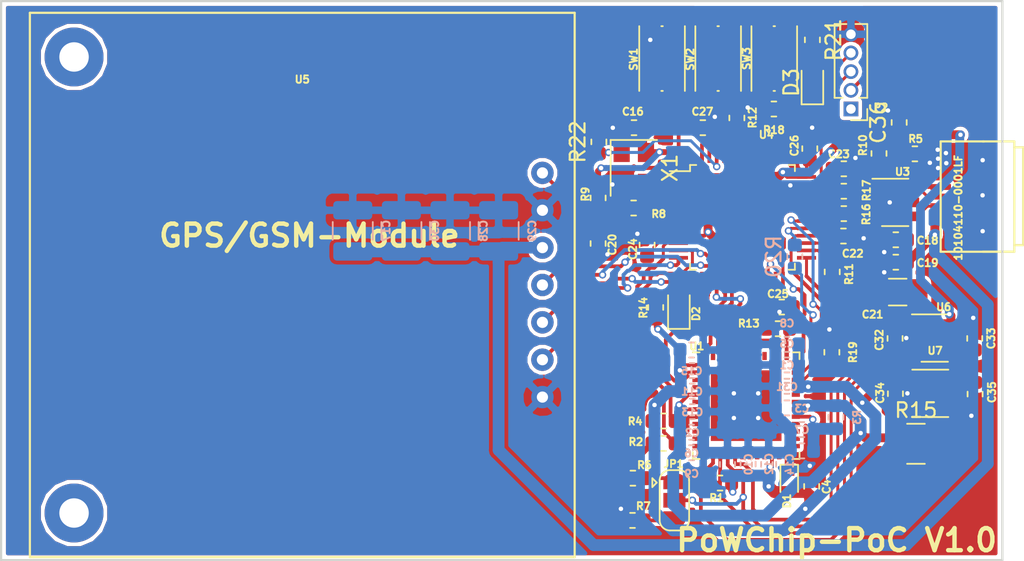
<source format=kicad_pcb>
(kicad_pcb (version 20171130) (host pcbnew 5.0.0-fee4fd1~66~ubuntu18.04.1)
  (layers (0 F.Cu signal) (31 B.Cu signal hide) (34 B.Paste user hide) (35 F.Paste user hide) (36 B.SilkS user hide) (37 F.SilkS user hide) (38 B.Mask user hide) (39 F.Mask user hide) (44 Edge.Cuts user))
  (net 0 "")
  (net 1 GND)
  (net 2 +3V3)
  (net 3 +1V2)
  (net 4 "Net-(U1-Pad6)")
  (net 5 "Net-(U1-Pad9)")
  (net 6 "Net-(U1-Pad10)")
  (net 7 "Net-(U1-Pad11)")
  (net 8 "Net-(U1-Pad12)")
  (net 9 "Net-(U1-Pad13)")
  (net 10 "Net-(U1-Pad18)")
  (net 11 "Net-(U1-Pad19)")
  (net 12 "Net-(U1-Pad20)")
  (net 13 "Net-(U1-Pad21)")
  (net 14 "Net-(U1-Pad23)")
  (net 15 "Net-(U1-Pad25)")
  (net 16 "Net-(U1-Pad26)")
  (net 17 "Net-(U1-Pad27)")
  (net 18 "Net-(U1-Pad28)")
  (net 19 "Net-(U1-Pad31)")
  (net 20 "Net-(U1-Pad32)")
  (net 21 "Net-(U1-Pad42)")
  (net 22 "Net-(U1-Pad43)")
  (net 23 "Net-(C3-Pad1)")
  (net 24 "Net-(D1-Pad1)")
  (net 25 /CDONE)
  (net 26 /CRESET_B)
  (net 27 /SPI_MISO)
  (net 28 /SPI_SCK)
  (net 29 /SPI_SS)
  (net 30 /SPI_MOSI)
  (net 31 "Net-(JP1-Pad1)")
  (net 32 "Net-(JP1-Pad3)")
  (net 33 POWER_USB)
  (net 34 ARM_NRST)
  (net 35 /USB_D-)
  (net 36 /USB_D+)
  (net 37 "Net-(P1-Pad3)")
  (net 38 "Net-(P1-Pad4)")
  (net 39 "Net-(P1-Pad2)")
  (net 40 "Net-(P2-Pad1)")
  (net 41 "Net-(R8-Pad2)")
  (net 42 "Net-(R8-Pad1)")
  (net 43 /D+)
  (net 44 "Net-(R12-Pad1)")
  (net 45 /D-)
  (net 46 /SWITCH)
  (net 47 "Net-(U4-Pad1)")
  (net 48 "Net-(U4-Pad2)")
  (net 49 "Net-(U4-Pad3)")
  (net 50 "Net-(U4-Pad4)")
  (net 51 "Net-(U4-Pad6)")
  (net 52 "Net-(U4-Pad31)")
  (net 53 "Net-(U4-Pad38)")
  (net 54 "Net-(U4-Pad39)")
  (net 55 "Net-(U4-Pad40)")
  (net 56 "Net-(U4-Pad42)")
  (net 57 "Net-(U4-Pad43)")
  (net 58 "Net-(U4-Pad45)")
  (net 59 "Net-(R11-Pad1)")
  (net 60 /POW_SCK)
  (net 61 /POW_MISO)
  (net 62 /POW_MOSI)
  (net 63 /POW_SS)
  (net 64 /LED_OVERFLOW)
  (net 65 /LED_RUNNING)
  (net 66 /LED_FOUND)
  (net 67 /POW_RESET)
  (net 68 /GSM_PWRKEY)
  (net 69 /GSM_TXD)
  (net 70 /GSM_RXD)
  (net 71 /GSM_SLEEP)
  (net 72 /spare1)
  (net 73 /spare2)
  (net 74 /spare3)
  (net 75 "Net-(R13-Pad1)")
  (net 76 "Net-(D2-Pad2)")
  (net 77 "Net-(C33-Pad2)")
  (net 78 "Net-(U7-Pad4)")
  (net 79 "Net-(C35-Pad1)")
  (net 80 "Net-(U1-Pad39)")
  (net 81 "Net-(U1-Pad40)")
  (net 82 "Net-(U1-Pad41)")
  (net 83 /PLL_HOLD)
  (net 84 "Net-(R20-Pad1)")
  (net 85 /CLK_OUT)
  (net 86 "Net-(D3-Pad1)")
  (net 87 "Net-(D3-Pad2)")
  (net 88 /SWDIO)
  (net 89 /SWCLK)
  (net 90 "Net-(R22-Pad1)")
  (module Resistor_SMD:R_0603_1608Metric (layer F.Cu) (at 139.4206 85.3693 270)
    (fp_text reference R19 (at 0 -1.43 270) (layer F.SilkS) (effects (font (size 0.5 0.5) (thickness 0.125))))
    (fp_text value 10k)
    (pad 1 smd roundrect (at -0.7875 0 270) (size 0.875 0.95) (layers F.Cu F.Paste F.Mask) (net 1 GND))
    (pad 2 smd roundrect (at 0.7875 0 270) (size 0.875 0.95) (layers F.Cu F.Paste F.Mask) (net 83 /PLL_HOLD))
  )
  (module Resistor_SMD:R_0603_1608Metric (layer F.Cu) (at 135.7631 83.7692)
    (fp_text reference R13 (at -1.9813 -0.3556) (layer F.SilkS) (effects (font (size 0.5 0.5) (thickness 0.125))))
    (fp_text value 22)
    (pad 1 smd roundrect (at -0.7875 0) (size 0.875 0.95) (layers F.Cu F.Paste F.Mask) (net 75 "Net-(R13-Pad1)"))
    (pad 2 smd roundrect (at 0.7875 0) (size 0.875 0.95) (layers F.Cu F.Paste F.Mask) (net 73 /spare2))
  )
  (module myfootprints:ice40up-QFN-48 (layer F.Cu) (at 133.6 89)
    (fp_text reference U1 (at -3.3488 -4.037) (layer F.SilkS) (effects (font (size 0.5 0.5) (thickness 0.125))))
    (fp_text value ice40up5k)
    (pad 1 smd rect (at -3.375 -2.75) (size 0.55 0.3) (layers F.Cu F.Paste F.Mask) (net 2 +3V3))
    (pad 2 smd rect (at -3.375 -2.25) (size 0.55 0.3) (layers F.Cu F.Paste F.Mask) (net 66 /LED_FOUND))
    (pad 3 smd rect (at -3.375 -1.75) (size 0.55 0.3) (layers F.Cu F.Paste F.Mask) (net 64 /LED_OVERFLOW))
    (pad 4 smd rect (at -3.375 -1.25) (size 0.55 0.3) (layers F.Cu F.Paste F.Mask) (net 65 /LED_RUNNING))
    (pad 5 smd rect (at -3.375 -0.75) (size 0.55 0.3) (layers F.Cu F.Paste F.Mask) (net 3 +1V2))
    (pad 6 smd rect (at -3.375 -0.25) (size 0.55 0.3) (layers F.Cu F.Paste F.Mask) (net 4 "Net-(U1-Pad6)"))
    (pad 7 smd rect (at -3.375 0.25) (size 0.55 0.3) (layers F.Cu F.Paste F.Mask) (net 25 /CDONE))
    (pad 8 smd rect (at -3.375 0.75) (size 0.55 0.3) (layers F.Cu F.Paste F.Mask) (net 26 /CRESET_B))
    (pad 9 smd rect (at -3.375 1.25) (size 0.55 0.3) (layers F.Cu F.Paste F.Mask) (net 5 "Net-(U1-Pad9)"))
    (pad 10 smd rect (at -3.375 1.75) (size 0.55 0.3) (layers F.Cu F.Paste F.Mask) (net 6 "Net-(U1-Pad10)"))
    (pad 11 smd rect (at -3.375 2.25) (size 0.55 0.3) (layers F.Cu F.Paste F.Mask) (net 7 "Net-(U1-Pad11)"))
    (pad 12 smd rect (at -3.375 2.75) (size 0.55 0.3) (layers F.Cu F.Paste F.Mask) (net 8 "Net-(U1-Pad12)"))
    (pad 13 smd rect (at -2.75 3.375 90) (size 0.55 0.3) (layers F.Cu F.Paste F.Mask) (net 9 "Net-(U1-Pad13)"))
    (pad 14 smd rect (at -2.25 3.375 90) (size 0.55 0.3) (layers F.Cu F.Paste F.Mask) (net 27 /SPI_MISO))
    (pad 15 smd rect (at -1.75 3.375 90) (size 0.55 0.3) (layers F.Cu F.Paste F.Mask) (net 28 /SPI_SCK))
    (pad 16 smd rect (at -1.25 3.375 90) (size 0.55 0.3) (layers F.Cu F.Paste F.Mask) (net 29 /SPI_SS))
    (pad 17 smd rect (at -0.75 3.375 90) (size 0.55 0.3) (layers F.Cu F.Paste F.Mask) (net 30 /SPI_MOSI))
    (pad 18 smd rect (at -0.25 3.375 90) (size 0.55 0.3) (layers F.Cu F.Paste F.Mask) (net 10 "Net-(U1-Pad18)"))
    (pad 19 smd rect (at 0.25 3.375 90) (size 0.55 0.3) (layers F.Cu F.Paste F.Mask) (net 11 "Net-(U1-Pad19)"))
    (pad 20 smd rect (at 0.75 3.375 90) (size 0.55 0.3) (layers F.Cu F.Paste F.Mask) (net 12 "Net-(U1-Pad20)"))
    (pad 21 smd rect (at 1.25 3.375 90) (size 0.55 0.3) (layers F.Cu F.Paste F.Mask) (net 13 "Net-(U1-Pad21)"))
    (pad 22 smd rect (at 1.75 3.375 90) (size 0.55 0.3) (layers F.Cu F.Paste F.Mask) (net 2 +3V3))
    (pad 23 smd rect (at 2.25 3.375 90) (size 0.55 0.3) (layers F.Cu F.Paste F.Mask) (net 14 "Net-(U1-Pad23)"))
    (pad 24 smd rect (at 2.75 3.375 90) (size 0.55 0.3) (layers F.Cu F.Paste F.Mask) (net 24 "Net-(D1-Pad1)"))
    (pad 25 smd rect (at 3.375 2.75) (size 0.55 0.3) (layers F.Cu F.Paste F.Mask) (net 15 "Net-(U1-Pad25)"))
    (pad 26 smd rect (at 3.375 2.25) (size 0.55 0.3) (layers F.Cu F.Paste F.Mask) (net 16 "Net-(U1-Pad26)"))
    (pad 27 smd rect (at 3.375 1.75) (size 0.55 0.3) (layers F.Cu F.Paste F.Mask) (net 17 "Net-(U1-Pad27)"))
    (pad 28 smd rect (at 3.375 1.25) (size 0.55 0.3) (layers F.Cu F.Paste F.Mask) (net 18 "Net-(U1-Pad28)"))
    (pad 29 smd rect (at 3.375 0.75) (size 0.55 0.3) (layers F.Cu F.Paste F.Mask) (net 23 "Net-(C3-Pad1)"))
    (pad 30 smd rect (at 3.375 0.25) (size 0.55 0.3) (layers F.Cu F.Paste F.Mask) (net 3 +1V2))
    (pad 31 smd rect (at 3.375 -0.25) (size 0.55 0.3) (layers F.Cu F.Paste F.Mask) (net 19 "Net-(U1-Pad31)"))
    (pad 32 smd rect (at 3.375 -0.75) (size 0.55 0.3) (layers F.Cu F.Paste F.Mask) (net 20 "Net-(U1-Pad32)"))
    (pad 33 smd rect (at 3.375 -1.25) (size 0.55 0.3) (layers F.Cu F.Paste F.Mask) (net 2 +3V3))
    (pad 34 smd rect (at 3.375 -1.75) (size 0.55 0.3) (layers F.Cu F.Paste F.Mask) (net 83 /PLL_HOLD))
    (pad 35 smd rect (at 3.375 -2.25) (size 0.55 0.3) (layers F.Cu F.Paste F.Mask) (net 85 /CLK_OUT))
    (pad 36 smd rect (at 3.375 -2.75) (size 0.55 0.3) (layers F.Cu F.Paste F.Mask) (net 72 /spare1))
    (pad 37 smd rect (at 2.75 -3.375 90) (size 0.55 0.3) (layers F.Cu F.Paste F.Mask) (net 73 /spare2))
    (pad 38 smd rect (at 2.25 -3.375 90) (size 0.55 0.3) (layers F.Cu F.Paste F.Mask) (net 74 /spare3))
    (pad 39 smd rect (at 1.75 -3.375 90) (size 0.55 0.3) (layers F.Cu F.Paste F.Mask) (net 80 "Net-(U1-Pad39)"))
    (pad 40 smd rect (at 1.25 -3.375 90) (size 0.55 0.3) (layers F.Cu F.Paste F.Mask) (net 81 "Net-(U1-Pad40)"))
    (pad 41 smd rect (at 0.75 -3.375 90) (size 0.55 0.3) (layers F.Cu F.Paste F.Mask) (net 82 "Net-(U1-Pad41)"))
    (pad 42 smd rect (at 0.25 -3.375 90) (size 0.55 0.3) (layers F.Cu F.Paste F.Mask) (net 21 "Net-(U1-Pad42)"))
    (pad 43 smd rect (at -0.25 -3.375 90) (size 0.55 0.3) (layers F.Cu F.Paste F.Mask) (net 22 "Net-(U1-Pad43)"))
    (pad 44 smd rect (at -0.75 -3.375 90) (size 0.55 0.3) (layers F.Cu F.Paste F.Mask) (net 60 /POW_SCK))
    (pad 45 smd rect (at -1.25 -3.375 90) (size 0.55 0.3) (layers F.Cu F.Paste F.Mask) (net 62 /POW_MOSI))
    (pad 46 smd rect (at -1.75 -3.375 90) (size 0.55 0.3) (layers F.Cu F.Paste F.Mask) (net 61 /POW_MISO))
    (pad 47 smd rect (at -2.25 -3.375 90) (size 0.55 0.3) (layers F.Cu F.Paste F.Mask) (net 67 /POW_RESET))
    (pad 48 smd rect (at -2.75 -3.375 90) (size 0.55 0.3) (layers F.Cu F.Paste F.Mask) (net 63 /POW_SS))
    (pad 49 smd rect (at 0 0) (size 4.8 4.8) (layers F.Cu F.Mask) (net 1 GND))
    (pad 49 smd rect (at -1.65 -1.65) (size 1.35 1.35) (layers F.Cu F.Paste F.Mask) (net 1 GND))
    (pad 49 smd rect (at 0 -1.65) (size 1.35 1.35) (layers F.Cu F.Paste F.Mask) (net 1 GND))
    (pad 49 smd rect (at 1.65 -1.65) (size 1.35 1.35) (layers F.Cu F.Paste F.Mask) (net 1 GND))
    (pad 49 smd rect (at -1.65 0) (size 1.35 1.35) (layers F.Cu F.Paste F.Mask) (net 1 GND))
    (pad 49 smd rect (at 0 0) (size 1.35 1.35) (layers F.Cu F.Paste F.Mask) (net 1 GND))
    (pad 49 smd rect (at 1.65 0) (size 1.35 1.35) (layers F.Cu F.Paste F.Mask) (net 1 GND))
    (pad 49 smd rect (at -1.65 1.65) (size 1.35 1.35) (layers F.Cu F.Paste F.Mask) (net 1 GND))
    (pad 49 smd rect (at 0 1.65) (size 1.35 1.35) (layers F.Cu F.Paste F.Mask) (net 1 GND))
    (pad 49 smd rect (at 1.65 1.65) (size 1.35 1.35) (layers F.Cu F.Paste F.Mask) (net 1 GND))
  )
  (module Capacitor_SMD:C_0603_1608Metric (layer B.Cu) (at 136.3725 87.681 180)
    (fp_text reference C1 (at 0 1.43 180) (layer B.SilkS) (effects (font (size 0.5 0.5) (thickness 0.125)) (justify mirror)))
    (fp_text value 1µ)
    (pad 2 smd roundrect (at 0.7875 0 180) (size 0.875 0.95) (layers B.Cu B.Paste B.Mask) (net 1 GND))
    (pad 1 smd roundrect (at -0.7875 0 180) (size 0.875 0.95) (layers B.Cu B.Paste B.Mask) (net 2 +3V3))
  )
  (module Capacitor_SMD:C_0603_1608Metric (layer B.Cu) (at 129.9465 89.408)
    (fp_text reference C2 (at 0 1.43) (layer B.SilkS) (effects (font (size 0.5 0.5) (thickness 0.125)) (justify mirror)))
    (fp_text value 1µ)
    (pad 1 smd roundrect (at -0.7875 0) (size 0.875 0.95) (layers B.Cu B.Paste B.Mask) (net 3 +1V2))
    (pad 2 smd roundrect (at 0.7875 0) (size 0.875 0.95) (layers B.Cu B.Paste B.Mask) (net 1 GND))
  )
  (module Capacitor_SMD:C_0603_1608Metric (layer B.Cu) (at 137.3885 90.627 180)
    (fp_text reference C3 (at 0 1.43 180) (layer B.SilkS) (effects (font (size 0.5 0.5) (thickness 0.125)) (justify mirror)))
    (fp_text value 10µ)
    (pad 2 smd roundrect (at 0.7875 0 180) (size 0.875 0.95) (layers B.Cu B.Paste B.Mask) (net 1 GND))
    (pad 1 smd roundrect (at -0.7875 0 180) (size 0.875 0.95) (layers B.Cu B.Paste B.Mask) (net 23 "Net-(C3-Pad1)"))
  )
  (module Capacitor_SMD:C_0603_1608Metric (layer F.Cu) (at 138.049 94.488 270)
    (fp_text reference C4 (at 0.0254 -1.016 270) (layer F.SilkS) (effects (font (size 0.5 0.5) (thickness 0.125))))
    (fp_text value 100n)
    (pad 2 smd roundrect (at 0.7875 0 270) (size 0.875 0.95) (layers F.Cu F.Paste F.Mask) (net 2 +3V3))
    (pad 1 smd roundrect (at -0.7875 0 270) (size 0.875 0.95) (layers F.Cu F.Paste F.Mask) (net 1 GND))
  )
  (module Capacitor_SMD:C_0603_1608Metric (layer B.Cu) (at 136.3725 86.233 180)
    (fp_text reference C5 (at 0 1.43 180) (layer B.SilkS) (effects (font (size 0.5 0.5) (thickness 0.125)) (justify mirror)))
    (fp_text value 100n)
    (pad 1 smd roundrect (at -0.7875 0 180) (size 0.875 0.95) (layers B.Cu B.Paste B.Mask) (net 2 +3V3))
    (pad 2 smd roundrect (at 0.7875 0 180) (size 0.875 0.95) (layers B.Cu B.Paste B.Mask) (net 1 GND))
  )
  (module Capacitor_SMD:C_0603_1608Metric (layer B.Cu) (at 129.8955 90.805)
    (fp_text reference C6 (at 0 1.43) (layer B.SilkS) (effects (font (size 0.5 0.5) (thickness 0.125)) (justify mirror)))
    (fp_text value 100n)
    (pad 2 smd roundrect (at 0.7875 0) (size 0.875 0.95) (layers B.Cu B.Paste B.Mask) (net 1 GND))
    (pad 1 smd roundrect (at -0.7875 0) (size 0.875 0.95) (layers B.Cu B.Paste B.Mask) (net 3 +1V2))
  )
  (module Capacitor_SMD:C_0603_1608Metric (layer B.Cu) (at 137.3885 92.075 180)
    (fp_text reference C7 (at 0 1.43 180) (layer B.SilkS) (effects (font (size 0.5 0.5) (thickness 0.125)) (justify mirror)))
    (fp_text value 100n)
    (pad 1 smd roundrect (at -0.7875 0 180) (size 0.875 0.95) (layers B.Cu B.Paste B.Mask) (net 23 "Net-(C3-Pad1)"))
    (pad 2 smd roundrect (at 0.7875 0 180) (size 0.875 0.95) (layers B.Cu B.Paste B.Mask) (net 1 GND))
  )
  (module Capacitor_SMD:C_0603_1608Metric (layer B.Cu) (at 136.3725 84.836 180)
    (fp_text reference C8 (at 0 1.43 180) (layer B.SilkS) (effects (font (size 0.5 0.5) (thickness 0.125)) (justify mirror)))
    (fp_text value 10n)
    (pad 1 smd roundrect (at -0.7875 0 180) (size 0.875 0.95) (layers B.Cu B.Paste B.Mask) (net 2 +3V3))
    (pad 2 smd roundrect (at 0.7875 0 180) (size 0.875 0.95) (layers B.Cu B.Paste B.Mask) (net 1 GND))
  )
  (module Capacitor_SMD:C_0603_1608Metric (layer B.Cu) (at 129.8955 92.202)
    (fp_text reference C9 (at 0 1.43) (layer B.SilkS) (effects (font (size 0.5 0.5) (thickness 0.125)) (justify mirror)))
    (fp_text value 10n)
    (pad 1 smd roundrect (at -0.7875 0) (size 0.875 0.95) (layers B.Cu B.Paste B.Mask) (net 3 +1V2))
    (pad 2 smd roundrect (at 0.7875 0) (size 0.875 0.95) (layers B.Cu B.Paste B.Mask) (net 1 GND))
  )
  (module Capacitor_SMD:C_0603_1608Metric (layer B.Cu) (at 132.334 92.9895 90)
    (fp_text reference C10 (at 0 1.43 90) (layer B.SilkS) (effects (font (size 0.5 0.5) (thickness 0.125)) (justify mirror)))
    (fp_text value 1µ)
    (pad 2 smd roundrect (at 0.7875 0 90) (size 0.875 0.95) (layers B.Cu B.Paste B.Mask) (net 1 GND))
    (pad 1 smd roundrect (at -0.7875 0 90) (size 0.875 0.95) (layers B.Cu B.Paste B.Mask) (net 2 +3V3))
  )
  (module Capacitor_SMD:C_0603_1608Metric (layer B.Cu) (at 129.921 86.614)
    (fp_text reference C11 (at 0 1.43) (layer B.SilkS) (effects (font (size 0.5 0.5) (thickness 0.125)) (justify mirror)))
    (fp_text value 1µ)
    (pad 1 smd roundrect (at -0.7875 0) (size 0.875 0.95) (layers B.Cu B.Paste B.Mask) (net 2 +3V3))
    (pad 2 smd roundrect (at 0.7875 0) (size 0.875 0.95) (layers B.Cu B.Paste B.Mask) (net 1 GND))
  )
  (module Capacitor_SMD:C_0603_1608Metric (layer B.Cu) (at 133.731 92.964 90)
    (fp_text reference C12 (at 0 1.43 90) (layer B.SilkS) (effects (font (size 0.5 0.5) (thickness 0.125)) (justify mirror)))
    (fp_text value 100n)
    (pad 1 smd roundrect (at -0.7875 0 90) (size 0.875 0.95) (layers B.Cu B.Paste B.Mask) (net 2 +3V3))
    (pad 2 smd roundrect (at 0.7875 0 90) (size 0.875 0.95) (layers B.Cu B.Paste B.Mask) (net 1 GND))
  )
  (module Capacitor_SMD:C_0603_1608Metric (layer B.Cu) (at 129.9465 88.011)
    (fp_text reference C13 (at 0 1.43) (layer B.SilkS) (effects (font (size 0.5 0.5) (thickness 0.125)) (justify mirror)))
    (fp_text value 100n)
    (pad 2 smd roundrect (at 0.7875 0) (size 0.875 0.95) (layers B.Cu B.Paste B.Mask) (net 1 GND))
    (pad 1 smd roundrect (at -0.7875 0) (size 0.875 0.95) (layers B.Cu B.Paste B.Mask) (net 2 +3V3))
  )
  (module Capacitor_SMD:C_0603_1608Metric (layer B.Cu) (at 135.128 92.9895 90)
    (fp_text reference C14 (at 0 1.43 90) (layer B.SilkS) (effects (font (size 0.5 0.5) (thickness 0.125)) (justify mirror)))
    (fp_text value 10n)
    (pad 2 smd roundrect (at 0.7875 0 90) (size 0.875 0.95) (layers B.Cu B.Paste B.Mask) (net 1 GND))
    (pad 1 smd roundrect (at -0.7875 0 90) (size 0.875 0.95) (layers B.Cu B.Paste B.Mask) (net 2 +3V3))
  )
  (module Capacitor_SMD:C_0603_1608Metric (layer B.Cu) (at 129.8955 85.217)
    (fp_text reference C15 (at 0 1.43) (layer B.SilkS) (effects (font (size 0.5 0.5) (thickness 0.125)) (justify mirror)))
    (fp_text value 10n)
    (pad 1 smd roundrect (at -0.7875 0) (size 0.875 0.95) (layers B.Cu B.Paste B.Mask) (net 2 +3V3))
    (pad 2 smd roundrect (at 0.7875 0) (size 0.875 0.95) (layers B.Cu B.Paste B.Mask) (net 1 GND))
  )
  (module Diode_SMD:D_SOD-523 (layer F.Cu) (at 136.525 94.169 270)
    (fp_text reference D1 (at 1.3096 0.1524 270) (layer F.SilkS) (effects (font (size 0.5 0.5) (thickness 0.125))))
    (fp_text value D)
    (pad 2 smd rect (at 0.7 0 90) (size 0.6 0.7) (layers F.Cu F.Paste F.Mask) (net 2 +3V3))
    (pad 1 smd rect (at -0.7 0 90) (size 0.6 0.7) (layers F.Cu F.Paste F.Mask) (net 24 "Net-(D1-Pad1)"))
  )
  (module Resistor_SMD:R_0603_1608Metric (layer F.Cu) (at 131.8259 94.2594)
    (fp_text reference R1 (at -0.2285 1.016) (layer F.SilkS) (effects (font (size 0.5 0.5) (thickness 0.125))))
    (fp_text value 10k)
    (pad 1 smd roundrect (at -0.7875 0) (size 0.875 0.95) (layers F.Cu F.Paste F.Mask) (net 28 /SPI_SCK))
    (pad 2 smd roundrect (at 0.7875 0) (size 0.875 0.95) (layers F.Cu F.Paste F.Mask) (net 2 +3V3))
  )
  (module Resistor_SMD:R_0603_1608Metric (layer F.Cu) (at 127.9905 91.567 180)
    (fp_text reference R2 (at 1.8795 0.1016 180) (layer F.SilkS) (effects (font (size 0.5 0.5) (thickness 0.125))))
    (fp_text value 10k)
    (pad 2 smd roundrect (at 0.7875 0 180) (size 0.875 0.95) (layers F.Cu F.Paste F.Mask) (net 2 +3V3))
    (pad 1 smd roundrect (at -0.7875 0 180) (size 0.875 0.95) (layers F.Cu F.Paste F.Mask) (net 26 /CRESET_B))
  )
  (module Resistor_SMD:R_0603_1608Metric (layer B.Cu) (at 139.7 89.789 90)
    (fp_text reference R3 (at 0 1.43 90) (layer B.SilkS) (effects (font (size 0.5 0.5) (thickness 0.125)) (justify mirror)))
    (fp_text value 100)
    (pad 1 smd roundrect (at -0.7875 0 90) (size 0.875 0.95) (layers B.Cu B.Paste B.Mask) (net 23 "Net-(C3-Pad1)"))
    (pad 2 smd roundrect (at 0.7875 0 90) (size 0.875 0.95) (layers B.Cu B.Paste B.Mask) (net 3 +1V2))
  )
  (module Resistor_SMD:R_0603_1608Metric (layer F.Cu) (at 127.9905 90.043 180)
    (fp_text reference R4 (at 1.9303 -0.0254 180) (layer F.SilkS) (effects (font (size 0.5 0.5) (thickness 0.125))))
    (fp_text value 10k)
    (pad 1 smd roundrect (at -0.7875 0 180) (size 0.875 0.95) (layers F.Cu F.Paste F.Mask) (net 25 /CDONE))
    (pad 2 smd roundrect (at 0.7875 0 180) (size 0.875 0.95) (layers F.Cu F.Paste F.Mask) (net 2 +3V3))
  )
  (module Resistor_SMD:R_0603_1608Metric (layer F.Cu) (at 125.9079 93.9292 180)
    (fp_text reference R6 (at -0.7873 0.889 180) (layer F.SilkS) (effects (font (size 0.5 0.5) (thickness 0.125))))
    (fp_text value 10k)
    (pad 2 smd roundrect (at 0.7875 0 180) (size 0.875 0.95) (layers F.Cu F.Paste F.Mask) (net 2 +3V3))
    (pad 1 smd roundrect (at -0.7875 0 180) (size 0.875 0.95) (layers F.Cu F.Paste F.Mask) (net 31 "Net-(JP1-Pad1)"))
  )
  (module Resistor_SMD:R_0603_1608Metric (layer F.Cu) (at 125.8825 96.7994)
    (fp_text reference R7 (at 0.7365 -0.9652) (layer F.SilkS) (effects (font (size 0.5 0.5) (thickness 0.125))))
    (fp_text value 10k)
    (pad 1 smd roundrect (at -0.7875 0) (size 0.875 0.95) (layers F.Cu F.Paste F.Mask) (net 1 GND))
    (pad 2 smd roundrect (at 0.7875 0) (size 0.875 0.95) (layers F.Cu F.Paste F.Mask) (net 32 "Net-(JP1-Pad3)"))
  )
  (module Jumper:SolderJumper-3_P1.3mm_Open_RoundedPad1.0x1.5mm (layer F.Cu) (at 128.7272 95.4324 270)
    (fp_text reference JP1 (at -2.4684 0.0508) (layer F.SilkS) (effects (font (size 0.5 0.5) (thickness 0.125))))
    (fp_text value Jumper_NC_Dual hide)
    (pad 1 smd custom (at -1.3 0 270) (size 1 0.5) (layers F.Cu F.Mask) (net 31 "Net-(JP1-Pad1)") (options (clearance outline) (anchor rect)) (primitives (gr_circle (center 0 0.25) (end 0.5 0.25) (width 0)) (gr_circle (center 0 -0.25) (end 0.5 -0.25) (width 0)) (gr_poly (pts (xy 0.55 -0.75) (xy 0 -0.75) (xy 0 0.75) (xy 0.55 0.75)) (width 0))))
    (pad 3 smd custom (at 1.3 0 270) (size 1 0.5) (layers F.Cu F.Mask) (net 32 "Net-(JP1-Pad3)") (options (clearance outline) (anchor rect)) (primitives (gr_circle (center 0 0.25) (end 0.5 0.25) (width 0)) (gr_circle (center 0 -0.25) (end 0.5 -0.25) (width 0)) (gr_poly (pts (xy -0.55 -0.75) (xy 0 -0.75) (xy 0 0.75) (xy -0.55 0.75)) (width 0))))
    (pad 2 smd rect (at 0 0 270) (size 1 1.5) (layers F.Cu F.Mask) (net 29 /SPI_SS))
  )
  (module Capacitor_SMD:C_0603_1608Metric (layer F.Cu) (at 125.984 70.104 180)
    (fp_text reference C16 (at 0.0762 1.0922 180) (layer F.SilkS) (effects (font (size 0.5 0.5) (thickness 0.125))))
    (fp_text value 100n)
    (pad 1 smd roundrect (at -0.7875 0 180) (size 0.875 0.95) (layers F.Cu F.Paste F.Mask) (net 2 +3V3))
    (pad 2 smd roundrect (at 0.7875 0 180) (size 0.875 0.95) (layers F.Cu F.Paste F.Mask) (net 1 GND))
  )
  (module Capacitor_SMD:C_0603_1608Metric (layer F.Cu) (at 143.764 77.724)
    (fp_text reference C18 (at 2.159 0.0508) (layer F.SilkS) (effects (font (size 0.5 0.5) (thickness 0.125))))
    (fp_text value 10n)
    (pad 2 smd roundrect (at 0.7875 0) (size 0.875 0.95) (layers F.Cu F.Paste F.Mask) (net 33 POWER_USB))
    (pad 1 smd roundrect (at -0.7875 0) (size 0.875 0.95) (layers F.Cu F.Paste F.Mask) (net 1 GND))
  )
  (module Capacitor_SMD:C_0603_1608Metric (layer F.Cu) (at 143.764 79.248)
    (fp_text reference C19 (at 2.159 0.0508) (layer F.SilkS) (effects (font (size 0.5 0.5) (thickness 0.125))))
    (fp_text value 100n)
    (pad 2 smd roundrect (at 0.7875 0) (size 0.875 0.95) (layers F.Cu F.Paste F.Mask) (net 33 POWER_USB))
    (pad 1 smd roundrect (at -0.7875 0) (size 0.875 0.95) (layers F.Cu F.Paste F.Mask) (net 1 GND))
  )
  (module Capacitor_SMD:C_0603_1608Metric (layer F.Cu) (at 123.5456 77.9779 270)
    (fp_text reference C20 (at 0.0763 -0.9652 270) (layer F.SilkS) (effects (font (size 0.5 0.5) (thickness 0.125))))
    (fp_text value 100n)
    (pad 2 smd roundrect (at 0.7875 0 270) (size 0.875 0.95) (layers F.Cu F.Paste F.Mask) (net 1 GND))
    (pad 1 smd roundrect (at -0.7875 0 270) (size 0.875 0.95) (layers F.Cu F.Paste F.Mask) (net 34 ARM_NRST))
  )
  (module Capacitor_SMD:C_1206_3216Metric (layer F.Cu) (at 143.891 81.28)
    (fp_text reference C21 (at -1.7018 1.524) (layer F.SilkS) (effects (font (size 0.5 0.5) (thickness 0.125))))
    (fp_text value 4.7µ/X5R)
    (pad 1 smd roundrect (at -1.4 0) (size 1.25 1.75) (layers F.Cu F.Paste F.Mask) (roundrect_rratio 0.2) (net 1 GND))
    (pad 2 smd roundrect (at 1.4 0) (size 1.25 1.75) (layers F.Cu F.Paste F.Mask) (roundrect_rratio 0.2) (net 33 POWER_USB))
  )
  (module Capacitor_SMD:C_0603_1608Metric (layer F.Cu) (at 140.208 77.47 180)
    (fp_text reference C22 (at -0.635 -1.1938 180) (layer F.SilkS) (effects (font (size 0.5 0.5) (thickness 0.125))))
    (fp_text value 47p)
    (pad 1 smd roundrect (at -0.7875 0 180) (size 0.875 0.95) (layers F.Cu F.Paste F.Mask) (net 1 GND))
    (pad 2 smd roundrect (at 0.7875 0 180) (size 0.875 0.95) (layers F.Cu F.Paste F.Mask) (net 35 /USB_D-))
  )
  (module Capacitor_SMD:C_0603_1608Metric (layer F.Cu) (at 140.2335 72.898 180)
    (fp_text reference C23 (at 0.3303 0.9906 180) (layer F.SilkS) (effects (font (size 0.5 0.5) (thickness 0.125))))
    (fp_text value 47p)
    (pad 1 smd roundrect (at -0.7875 0 180) (size 0.875 0.95) (layers F.Cu F.Paste F.Mask) (net 1 GND))
    (pad 2 smd roundrect (at 0.7875 0 180) (size 0.875 0.95) (layers F.Cu F.Paste F.Mask) (net 36 /USB_D+))
  )
  (module Capacitor_SMD:C_0603_1608Metric (layer F.Cu) (at 126.873 78.0795 90)
    (fp_text reference C24 (at -0.2795 -0.9652 90) (layer F.SilkS) (effects (font (size 0.5 0.5) (thickness 0.125))))
    (fp_text value 100n)
    (pad 2 smd roundrect (at 0.7875 0 90) (size 0.875 0.95) (layers F.Cu F.Paste F.Mask) (net 1 GND))
    (pad 1 smd roundrect (at -0.7875 0 90) (size 0.875 0.95) (layers F.Cu F.Paste F.Mask) (net 2 +3V3))
  )
  (module Capacitor_SMD:C_0603_1608Metric (layer F.Cu) (at 136.017 82.296 180)
    (fp_text reference C25 (at 0.254 0.889 180) (layer F.SilkS) (effects (font (size 0.5 0.5) (thickness 0.125))))
    (fp_text value 100n)
    (pad 1 smd roundrect (at -0.7875 0 180) (size 0.875 0.95) (layers F.Cu F.Paste F.Mask) (net 2 +3V3))
    (pad 2 smd roundrect (at 0.7875 0 180) (size 0.875 0.95) (layers F.Cu F.Paste F.Mask) (net 1 GND))
  )
  (module Capacitor_SMD:C_0603_1608Metric (layer F.Cu) (at 137.922 71.5265 90)
    (fp_text reference C26 (at 0.2033 -1.0414 90) (layer F.SilkS) (effects (font (size 0.5 0.5) (thickness 0.125))))
    (fp_text value 100n)
    (pad 2 smd roundrect (at 0.7875 0 90) (size 0.875 0.95) (layers F.Cu F.Paste F.Mask) (net 1 GND))
    (pad 1 smd roundrect (at -0.7875 0 90) (size 0.875 0.95) (layers F.Cu F.Paste F.Mask) (net 2 +3V3))
  )
  (module Capacitor_SMD:C_0603_1608Metric (layer F.Cu) (at 130.6575 70.104)
    (fp_text reference C27 (at -0.0253 -1.0922) (layer F.SilkS) (effects (font (size 0.5 0.5) (thickness 0.125))))
    (fp_text value 100n)
    (pad 1 smd roundrect (at -0.7875 0) (size 0.875 0.95) (layers F.Cu F.Paste F.Mask) (net 2 +3V3))
    (pad 2 smd roundrect (at 0.7875 0) (size 0.875 0.95) (layers F.Cu F.Paste F.Mask) (net 1 GND))
  )
  (module myfootprints:MICROUSBB (layer F.Cu) (at 150.612 74.788 90)
    (fp_text reference P1 (at -2.226 2.86 90) (layer F.SilkS) (effects (font (size 0.5 0.5) (thickness 0.125))))
    (fp_text value 10104110-0001LF (at -0.755 -2.601 90) (layer F.SilkS) (effects (font (size 0.5 0.5) (thickness 0.125))))
    (pad 6 smd rect (at -3.75 -0.95 90) (size 2.3 1.9) (layers F.Cu F.Paste F.Mask) (net 1 GND))
    (pad 6 smd rect (at 3.75 -0.95 90) (size 2.3 1.9) (layers F.Cu F.Paste F.Mask) (net 1 GND))
    (pad 6 smd rect (at -1.15 -0.95 90) (size 1.8 1.9) (layers F.Cu F.Paste F.Mask) (net 1 GND))
    (pad 6 smd rect (at 1.15 -0.95 90) (size 1.8 1.9) (layers F.Cu F.Paste F.Mask) (net 1 GND))
    (pad 3 smd rect (at 0 -3.8 90) (size 0.4 1.4) (layers F.Cu F.Paste F.Mask) (net 37 "Net-(P1-Pad3)"))
    (pad 4 smd rect (at 0.65 -3.8 90) (size 0.4 1.4) (layers F.Cu F.Paste F.Mask) (net 38 "Net-(P1-Pad4)"))
    (pad 2 smd rect (at -0.65 -3.8 90) (size 0.4 1.4) (layers F.Cu F.Paste F.Mask) (net 39 "Net-(P1-Pad2)"))
    (pad 1 smd rect (at -1.3 -3.8 90) (size 0.4 1.4) (layers F.Cu F.Paste F.Mask) (net 33 POWER_USB) (clearance 0.0001))
    (pad 5 smd rect (at 1.3 -3.8 90) (size 0.4 1.4) (layers F.Cu F.Paste F.Mask) (net 1 GND))
  )
  (module Connector_PinHeader_1.27mm:PinHeader_1x05_P1.27mm_Vertical (layer F.Cu) (at 140.716 68.834 180)
    (fp_text reference P2 (at -2.032 0.1016 180) (layer F.SilkS) (effects (font (size 0.5 0.5) (thickness 0.125))))
    (fp_text value CONN_01X05)
    (pad 1 thru_hole rect (at 0 0 180) (size 1 1) (drill 0.65) (layers *.Cu *.Mask) (net 40 "Net-(P2-Pad1)"))
    (pad 2 thru_hole oval (at 0 1.27 180) (size 1 1) (drill 0.65) (layers *.Cu *.Mask) (net 34 ARM_NRST))
    (pad 3 thru_hole oval (at 0 2.54 180) (size 1 1) (drill 0.65) (layers *.Cu *.Mask) (net 88 /SWDIO))
    (pad 4 thru_hole oval (at 0 3.81 180) (size 1 1) (drill 0.65) (layers *.Cu *.Mask) (net 89 /SWCLK))
    (pad 5 thru_hole oval (at 0 5.08 180) (size 1 1) (drill 0.65) (layers *.Cu *.Mask) (net 1 GND))
  )
  (module Resistor_SMD:R_0603_1608Metric (layer F.Cu) (at 145.0595 71.882)
    (fp_text reference R5 (at 0.0507 -1.016) (layer F.SilkS) (effects (font (size 0.5 0.5) (thickness 0.125))))
    (fp_text value 100k)
    (pad 1 smd roundrect (at -0.7875 0) (size 0.875 0.95) (layers F.Cu F.Paste F.Mask) (net 38 "Net-(P1-Pad4)"))
    (pad 2 smd roundrect (at 0.7875 0) (size 0.875 0.95) (layers F.Cu F.Paste F.Mask) (net 1 GND))
  )
  (module Resistor_SMD:R_0603_1608Metric (layer F.Cu) (at 125.9585 75.565 180)
    (fp_text reference R8 (at -1.7019 -0.4064 180) (layer F.SilkS) (effects (font (size 0.5 0.5) (thickness 0.125))))
    (fp_text value 22)
    (pad 2 smd roundrect (at 0.7875 0 180) (size 0.875 0.95) (layers F.Cu F.Paste F.Mask) (net 41 "Net-(R8-Pad2)"))
    (pad 1 smd roundrect (at -0.7875 0 180) (size 0.875 0.95) (layers F.Cu F.Paste F.Mask) (net 42 "Net-(R8-Pad1)"))
  )
  (module Resistor_SMD:R_0603_1608Metric (layer F.Cu) (at 123.5456 74.8791 270)
    (fp_text reference R9 (at -0.2539 0.8636 270) (layer F.SilkS) (effects (font (size 0.5 0.5) (thickness 0.125))))
    (fp_text value 10k)
    (pad 1 smd roundrect (at -0.7875 0 270) (size 0.875 0.95) (layers F.Cu F.Paste F.Mask) (net 2 +3V3))
    (pad 2 smd roundrect (at 0.7875 0 270) (size 0.875 0.95) (layers F.Cu F.Paste F.Mask) (net 34 ARM_NRST))
  )
  (module Resistor_SMD:R_0603_1608Metric (layer F.Cu) (at 142.621 71.8565 90)
    (fp_text reference R10 (at 0.5587 -1.0922 90) (layer F.SilkS) (effects (font (size 0.5 0.5) (thickness 0.125))))
    (fp_text value 1k5)
    (pad 1 smd roundrect (at -0.7875 0 90) (size 0.875 0.95) (layers F.Cu F.Paste F.Mask) (net 43 /D+))
    (pad 2 smd roundrect (at 0.7875 0 90) (size 0.875 0.95) (layers F.Cu F.Paste F.Mask) (net 2 +3V3))
  )
  (module Resistor_SMD:R_0603_1608Metric (layer F.Cu) (at 132.969 69.4435 90)
    (fp_text reference R12 (at 0.0253 1.0668 90) (layer F.SilkS) (effects (font (size 0.5 0.5) (thickness 0.125))))
    (fp_text value 10k)
    (pad 1 smd roundrect (at -0.7875 0 90) (size 0.875 0.95) (layers F.Cu F.Paste F.Mask) (net 44 "Net-(R12-Pad1)"))
    (pad 2 smd roundrect (at 0.7875 0 90) (size 0.875 0.95) (layers F.Cu F.Paste F.Mask) (net 1 GND))
  )
  (module Resistor_SMD:R_0603_1608Metric (layer F.Cu) (at 140.2335 75.946)
    (fp_text reference R16 (at 1.5239 0.0508 90) (layer F.SilkS) (effects (font (size 0.5 0.5) (thickness 0.125))))
    (fp_text value 33)
    (pad 2 smd roundrect (at 0.7875 0) (size 0.875 0.95) (layers F.Cu F.Paste F.Mask) (net 45 /D-))
    (pad 1 smd roundrect (at -0.7875 0) (size 0.875 0.95) (layers F.Cu F.Paste F.Mask) (net 35 /USB_D-))
  )
  (module Resistor_SMD:R_0603_1608Metric (layer F.Cu) (at 140.2335 74.422)
    (fp_text reference R17 (at 1.5493 -0.0508 90) (layer F.SilkS) (effects (font (size 0.5 0.5) (thickness 0.125))))
    (fp_text value 33)
    (pad 1 smd roundrect (at -0.7875 0) (size 0.875 0.95) (layers F.Cu F.Paste F.Mask) (net 36 /USB_D+))
    (pad 2 smd roundrect (at 0.7875 0) (size 0.875 0.95) (layers F.Cu F.Paste F.Mask) (net 43 /D+))
  )
  (module Resistor_SMD:R_0603_1608Metric (layer F.Cu) (at 135.4836 68.834 180)
    (fp_text reference R18 (at 0 -1.43 180) (layer F.SilkS) (effects (font (size 0.5 0.5) (thickness 0.125))))
    (fp_text value 10k)
    (pad 2 smd roundrect (at 0.7875 0 180) (size 0.875 0.95) (layers F.Cu F.Paste F.Mask) (net 1 GND))
    (pad 1 smd roundrect (at -0.7875 0 180) (size 0.875 0.95) (layers F.Cu F.Paste F.Mask) (net 46 /SWITCH))
  )
  (module Button_Switch_SMD:SW_SPST_KMR2 (layer F.Cu) (at 135.509 65.405 90)
    (fp_text reference SW3 (at 0 -1.8796 90) (layer F.SilkS) (effects (font (size 0.5 0.5) (thickness 0.125))))
    (fp_text value KMR2)
    (pad 1 smd rect (at -2.05 -0.8 180) (size 0.9 1) (layers F.Cu F.Paste F.Mask) (net 2 +3V3))
    (pad 2 smd rect (at -2.05 0.8 180) (size 0.9 1) (layers F.Cu F.Paste F.Mask) (net 46 /SWITCH))
    (pad 1 smd rect (at 2.05 -0.8 180) (size 0.9 1) (layers F.Cu F.Paste F.Mask) (net 2 +3V3))
    (pad 2 smd rect (at 2.05 0.8 180) (size 0.9 1) (layers F.Cu F.Paste F.Mask) (net 46 /SWITCH))
  )
  (module Package_TO_SOT_SMD:SOT-23-6 (layer F.Cu) (at 143.721 75.184)
    (fp_text reference U3 (at 0.5002 -2.0828) (layer F.SilkS) (effects (font (size 0.5 0.5) (thickness 0.125))))
    (fp_text value USBLC6-2SC6)
    (pad 1 smd rect (at -1.1 -0.95) (size 1.06 0.65) (layers F.Cu F.Paste F.Mask) (net 43 /D+))
    (pad 2 smd rect (at -1.1 0) (size 1.06 0.65) (layers F.Cu F.Paste F.Mask) (net 1 GND))
    (pad 3 smd rect (at -1.1 0.95) (size 1.06 0.65) (layers F.Cu F.Paste F.Mask) (net 45 /D-))
    (pad 4 smd rect (at 1.1 0.95) (size 1.06 0.65) (layers F.Cu F.Paste F.Mask) (net 39 "Net-(P1-Pad2)"))
    (pad 6 smd rect (at 1.1 -0.95) (size 1.06 0.65) (layers F.Cu F.Paste F.Mask) (net 37 "Net-(P1-Pad3)"))
    (pad 5 smd rect (at 1.1 0) (size 1.06 0.65) (layers F.Cu F.Paste F.Mask) (net 33 POWER_USB))
  )
  (module Package_QFP:LQFP-48_7x7mm_P0.5mm (layer F.Cu) (at 133.35 76.2)
    (fp_text reference U4 (at 1.6256 -5.6134) (layer F.SilkS) (effects (font (size 0.5 0.5) (thickness 0.125))))
    (fp_text value STM32F302CCT6)
    (pad 1 smd rect (at -4.35 -2.75) (size 1.3 0.25) (layers F.Cu F.Paste F.Mask) (net 47 "Net-(U4-Pad1)"))
    (pad 2 smd rect (at -4.35 -2.25) (size 1.3 0.25) (layers F.Cu F.Paste F.Mask) (net 48 "Net-(U4-Pad2)"))
    (pad 3 smd rect (at -4.35 -1.75) (size 1.3 0.25) (layers F.Cu F.Paste F.Mask) (net 49 "Net-(U4-Pad3)"))
    (pad 4 smd rect (at -4.35 -1.25) (size 1.3 0.25) (layers F.Cu F.Paste F.Mask) (net 50 "Net-(U4-Pad4)"))
    (pad 5 smd rect (at -4.35 -0.75) (size 1.3 0.25) (layers F.Cu F.Paste F.Mask) (net 42 "Net-(R8-Pad1)"))
    (pad 6 smd rect (at -4.35 -0.25) (size 1.3 0.25) (layers F.Cu F.Paste F.Mask) (net 51 "Net-(U4-Pad6)"))
    (pad 7 smd rect (at -4.35 0.25) (size 1.3 0.25) (layers F.Cu F.Paste F.Mask) (net 34 ARM_NRST))
    (pad 8 smd rect (at -4.35 0.75) (size 1.3 0.25) (layers F.Cu F.Paste F.Mask) (net 1 GND))
    (pad 9 smd rect (at -4.35 1.25) (size 1.3 0.25) (layers F.Cu F.Paste F.Mask) (net 2 +3V3))
    (pad 10 smd rect (at -4.35 1.75) (size 1.3 0.25) (layers F.Cu F.Paste F.Mask) (net 26 /CRESET_B))
    (pad 11 smd rect (at -4.35 2.25) (size 1.3 0.25) (layers F.Cu F.Paste F.Mask) (net 25 /CDONE))
    (pad 12 smd rect (at -4.35 2.75) (size 1.3 0.25) (layers F.Cu F.Paste F.Mask) (net 70 /GSM_RXD))
    (pad 13 smd rect (at -2.75 4.35 90) (size 1.3 0.25) (layers F.Cu F.Paste F.Mask) (net 69 /GSM_TXD))
    (pad 14 smd rect (at -2.25 4.35 90) (size 1.3 0.25) (layers F.Cu F.Paste F.Mask) (net 63 /POW_SS))
    (pad 15 smd rect (at -1.75 4.35 90) (size 1.3 0.25) (layers F.Cu F.Paste F.Mask) (net 60 /POW_SCK))
    (pad 16 smd rect (at -1.25 4.35 90) (size 1.3 0.25) (layers F.Cu F.Paste F.Mask) (net 61 /POW_MISO))
    (pad 17 smd rect (at -0.75 4.35 90) (size 1.3 0.25) (layers F.Cu F.Paste F.Mask) (net 62 /POW_MOSI))
    (pad 18 smd rect (at -0.25 4.35 90) (size 1.3 0.25) (layers F.Cu F.Paste F.Mask) (net 71 /GSM_SLEEP))
    (pad 19 smd rect (at 0.25 4.35 90) (size 1.3 0.25) (layers F.Cu F.Paste F.Mask) (net 68 /GSM_PWRKEY))
    (pad 20 smd rect (at 0.75 4.35 90) (size 1.3 0.25) (layers F.Cu F.Paste F.Mask) (net 74 /spare3))
    (pad 21 smd rect (at 1.25 4.35 90) (size 1.3 0.25) (layers F.Cu F.Paste F.Mask) (net 75 "Net-(R13-Pad1)"))
    (pad 22 smd rect (at 1.75 4.35 90) (size 1.3 0.25) (layers F.Cu F.Paste F.Mask) (net 72 /spare1))
    (pad 23 smd rect (at 2.25 4.35 90) (size 1.3 0.25) (layers F.Cu F.Paste F.Mask) (net 1 GND))
    (pad 24 smd rect (at 2.75 4.35 90) (size 1.3 0.25) (layers F.Cu F.Paste F.Mask) (net 2 +3V3))
    (pad 25 smd rect (at 4.35 2.75) (size 1.3 0.25) (layers F.Cu F.Paste F.Mask) (net 29 /SPI_SS))
    (pad 26 smd rect (at 4.35 2.25) (size 1.3 0.25) (layers F.Cu F.Paste F.Mask) (net 59 "Net-(R11-Pad1)"))
    (pad 27 smd rect (at 4.35 1.75) (size 1.3 0.25) (layers F.Cu F.Paste F.Mask) (net 27 /SPI_MISO))
    (pad 28 smd rect (at 4.35 1.25) (size 1.3 0.25) (layers F.Cu F.Paste F.Mask) (net 30 /SPI_MOSI))
    (pad 29 smd rect (at 4.35 0.75) (size 1.3 0.25) (layers F.Cu F.Paste F.Mask) (net 84 "Net-(R20-Pad1)"))
    (pad 30 smd rect (at 4.35 0.25) (size 1.3 0.25) (layers F.Cu F.Paste F.Mask) (net 83 /PLL_HOLD))
    (pad 31 smd rect (at 4.35 -0.25) (size 1.3 0.25) (layers F.Cu F.Paste F.Mask) (net 52 "Net-(U4-Pad31)"))
    (pad 32 smd rect (at 4.35 -0.75) (size 1.3 0.25) (layers F.Cu F.Paste F.Mask) (net 35 /USB_D-))
    (pad 33 smd rect (at 4.35 -1.25) (size 1.3 0.25) (layers F.Cu F.Paste F.Mask) (net 36 /USB_D+))
    (pad 34 smd rect (at 4.35 -1.75) (size 1.3 0.25) (layers F.Cu F.Paste F.Mask) (net 88 /SWDIO))
    (pad 35 smd rect (at 4.35 -2.25) (size 1.3 0.25) (layers F.Cu F.Paste F.Mask) (net 1 GND))
    (pad 36 smd rect (at 4.35 -2.75) (size 1.3 0.25) (layers F.Cu F.Paste F.Mask) (net 2 +3V3))
    (pad 37 smd rect (at 2.75 -4.35 90) (size 1.3 0.25) (layers F.Cu F.Paste F.Mask) (net 89 /SWCLK))
    (pad 38 smd rect (at 2.25 -4.35 90) (size 1.3 0.25) (layers F.Cu F.Paste F.Mask) (net 53 "Net-(U4-Pad38)"))
    (pad 39 smd rect (at 1.75 -4.35 90) (size 1.3 0.25) (layers F.Cu F.Paste F.Mask) (net 54 "Net-(U4-Pad39)"))
    (pad 40 smd rect (at 1.25 -4.35 90) (size 1.3 0.25) (layers F.Cu F.Paste F.Mask) (net 55 "Net-(U4-Pad40)"))
    (pad 41 smd rect (at 0.75 -4.35 90) (size 1.3 0.25) (layers F.Cu F.Paste F.Mask) (net 86 "Net-(D3-Pad1)"))
    (pad 42 smd rect (at 0.25 -4.35 90) (size 1.3 0.25) (layers F.Cu F.Paste F.Mask) (net 56 "Net-(U4-Pad42)"))
    (pad 43 smd rect (at -0.25 -4.35 90) (size 1.3 0.25) (layers F.Cu F.Paste F.Mask) (net 57 "Net-(U4-Pad43)"))
    (pad 44 smd rect (at -0.75 -4.35 90) (size 1.3 0.25) (layers F.Cu F.Paste F.Mask) (net 44 "Net-(R12-Pad1)"))
    (pad 45 smd rect (at -1.25 -4.35 90) (size 1.3 0.25) (layers F.Cu F.Paste F.Mask) (net 58 "Net-(U4-Pad45)"))
    (pad 46 smd rect (at -1.75 -4.35 90) (size 1.3 0.25) (layers F.Cu F.Paste F.Mask) (net 90 "Net-(R22-Pad1)"))
    (pad 47 smd rect (at -2.25 -4.35 90) (size 1.3 0.25) (layers F.Cu F.Paste F.Mask) (net 1 GND))
    (pad 48 smd rect (at -2.75 -4.35 90) (size 1.3 0.25) (layers F.Cu F.Paste F.Mask) (net 2 +3V3))
  )
  (module Button_Switch_SMD:SW_SPST_KMR2 (layer F.Cu) (at 127.889 65.405 90)
    (fp_text reference SW1 (at -0.0508 -1.9304 90) (layer F.SilkS) (effects (font (size 0.5 0.5) (thickness 0.125))))
    (fp_text value KMR2)
    (pad 2 smd rect (at 2.05 0.8 180) (size 0.9 1) (layers F.Cu F.Paste F.Mask) (net 34 ARM_NRST))
    (pad 1 smd rect (at 2.05 -0.8 180) (size 0.9 1) (layers F.Cu F.Paste F.Mask) (net 1 GND))
    (pad 2 smd rect (at -2.05 0.8 180) (size 0.9 1) (layers F.Cu F.Paste F.Mask) (net 34 ARM_NRST))
    (pad 1 smd rect (at -2.05 -0.8 180) (size 0.9 1) (layers F.Cu F.Paste F.Mask) (net 1 GND))
  )
  (module Button_Switch_SMD:SW_SPST_KMR2 (layer F.Cu) (at 131.699 65.405 90)
    (fp_text reference SW2 (at -0.0508 -1.905 90) (layer F.SilkS) (effects (font (size 0.5 0.5) (thickness 0.125))))
    (fp_text value KMR2)
    (pad 1 smd rect (at -2.05 -0.8 180) (size 0.9 1) (layers F.Cu F.Paste F.Mask) (net 2 +3V3))
    (pad 2 smd rect (at -2.05 0.8 180) (size 0.9 1) (layers F.Cu F.Paste F.Mask) (net 44 "Net-(R12-Pad1)"))
    (pad 1 smd rect (at 2.05 -0.8 180) (size 0.9 1) (layers F.Cu F.Paste F.Mask) (net 2 +3V3))
    (pad 2 smd rect (at 2.05 0.8 180) (size 0.9 1) (layers F.Cu F.Paste F.Mask) (net 44 "Net-(R12-Pad1)"))
  )
  (module Resistor_SMD:R_0603_1608Metric (layer F.Cu) (at 139.446 79.9085 270)
    (fp_text reference R11 (at 0.1523 -1.143 270) (layer F.SilkS) (effects (font (size 0.5 0.5) (thickness 0.125))))
    (fp_text value 22)
    (pad 1 smd roundrect (at -0.7875 0 270) (size 0.875 0.95) (layers F.Cu F.Paste F.Mask) (net 59 "Net-(R11-Pad1)"))
    (pad 2 smd roundrect (at 0.7875 0 270) (size 0.875 0.95) (layers F.Cu F.Paste F.Mask) (net 28 /SPI_SCK))
  )
  (module myfootprints:SIM808 (layer F.Cu) (at 103.4542 80.7974 180)
    (fp_text reference U5 (at 0 13.97 180) (layer F.SilkS) (effects (font (size 0.5 0.5) (thickness 0.125))))
    (fp_text value SIM808)
    (pad K thru_hole circle (at -16.31 0 180) (size 1.524 1.524) (drill 0.762) (layers *.Cu *.Mask) (net 68 /GSM_PWRKEY))
    (pad T thru_hole circle (at -16.31 -2.54 180) (size 1.524 1.524) (drill 0.762) (layers *.Cu *.Mask) (net 69 /GSM_TXD))
    (pad R thru_hole circle (at -16.31 -5.08 180) (size 1.524 1.524) (drill 0.762) (layers *.Cu *.Mask) (net 70 /GSM_RXD))
    (pad G thru_hole circle (at -16.31 -7.62 180) (size 1.524 1.524) (drill 0.762) (layers *.Cu *.Mask) (net 1 GND))
    (pad V thru_hole circle (at -16.31 2.54 180) (size 1.524 1.524) (drill 0.762) (layers *.Cu *.Mask) (net 33 POWER_USB))
    (pad G thru_hole circle (at -16.31 5.08 180) (size 1.524 1.524) (drill 0.762) (layers *.Cu *.Mask) (net 1 GND))
    (pad S thru_hole circle (at -16.31 7.62 180) (size 1.524 1.524) (drill 0.762) (layers *.Cu *.Mask) (net 71 /GSM_SLEEP))
    (pad "" thru_hole circle (at 15.5 -15.5 180) (size 4 4) (drill 2) (layers *.Cu *.Mask))
    (pad "" thru_hole circle (at 15.5 15.5 180) (size 4 4) (drill 2) (layers *.Cu *.Mask))
  )
  (module Capacitor_SMD:C_1210_3225Metric (layer B.Cu) (at 106.8832 77.1174 90)
    (fp_text reference C17 (at 0 2.28 90) (layer B.SilkS) (effects (font (size 0.5 0.5) (thickness 0.125)) (justify mirror)))
    (fp_text value 47µ)
    (pad 2 smd roundrect (at 1.4 0 90) (size 1.25 2.65) (layers B.Cu B.Paste B.Mask) (roundrect_rratio 0.2) (net 1 GND))
    (pad 1 smd roundrect (at -1.4 0 90) (size 1.25 2.65) (layers B.Cu B.Paste B.Mask) (roundrect_rratio 0.2) (net 33 POWER_USB))
  )
  (module Capacitor_SMD:C_1210_3225Metric (layer B.Cu) (at 113.4872 77.1174 90)
    (fp_text reference C28 (at 0 2.28 90) (layer B.SilkS) (effects (font (size 0.5 0.5) (thickness 0.125)) (justify mirror)))
    (fp_text value 47µ)
    (pad 2 smd roundrect (at 1.4 0 90) (size 1.25 2.65) (layers B.Cu B.Paste B.Mask) (roundrect_rratio 0.2) (net 1 GND))
    (pad 1 smd roundrect (at -1.4 0 90) (size 1.25 2.65) (layers B.Cu B.Paste B.Mask) (roundrect_rratio 0.2) (net 33 POWER_USB))
  )
  (module Capacitor_SMD:C_1210_3225Metric (layer B.Cu) (at 116.7892 77.1174 90)
    (fp_text reference C29 (at 0 2.28 90) (layer B.SilkS) (effects (font (size 0.5 0.5) (thickness 0.125)) (justify mirror)))
    (fp_text value 47µ)
    (pad 1 smd roundrect (at -1.4 0 90) (size 1.25 2.65) (layers B.Cu B.Paste B.Mask) (roundrect_rratio 0.2) (net 33 POWER_USB))
    (pad 2 smd roundrect (at 1.4 0 90) (size 1.25 2.65) (layers B.Cu B.Paste B.Mask) (roundrect_rratio 0.2) (net 1 GND))
  )
  (module Capacitor_SMD:C_1210_3225Metric (layer B.Cu) (at 110.1852 77.1174 90)
    (fp_text reference C30 (at 0 2.28 90) (layer B.SilkS) (effects (font (size 0.5 0.5) (thickness 0.125)) (justify mirror)))
    (fp_text value 47µ)
    (pad 1 smd roundrect (at -1.4 0 90) (size 1.25 2.65) (layers B.Cu B.Paste B.Mask) (roundrect_rratio 0.2) (net 33 POWER_USB))
    (pad 2 smd roundrect (at 1.4 0 90) (size 1.25 2.65) (layers B.Cu B.Paste B.Mask) (roundrect_rratio 0.2) (net 1 GND))
  )
  (module Resistor_SMD:R_0603_1608Metric (layer F.Cu) (at 127.4572 82.3213 90)
    (fp_text reference R14 (at -0.0255 -0.8382 90) (layer F.SilkS) (effects (font (size 0.5 0.5) (thickness 0.125))))
    (fp_text value 270)
    (pad 1 smd roundrect (at -0.7875 0 90) (size 0.875 0.95) (layers F.Cu F.Paste F.Mask) (net 2 +3V3))
    (pad 2 smd roundrect (at 0.7875 0 90) (size 0.875 0.95) (layers F.Cu F.Paste F.Mask) (net 76 "Net-(D2-Pad2)"))
  )
  (module LED_SMD:LED_0603_1608Metric (layer F.Cu) (at 129.032 82.296 90)
    (fp_text reference D2 (at -0.4572 1.1684 90) (layer F.SilkS) (effects (font (size 0.5 0.5) (thickness 0.125))))
    (fp_text value LED)
    (pad 1 smd roundrect (at -0.7875 0 90) (size 0.875 0.95) (layers F.Cu F.Paste F.Mask) (net 66 /LED_FOUND))
    (pad 2 smd roundrect (at 0.7875 0 90) (size 0.875 0.95) (layers F.Cu F.Paste F.Mask) (net 76 "Net-(D2-Pad2)"))
  )
  (module Capacitor_SMD:C_0603_1608Metric (layer B.Cu) (at 136.3725 89.154 180)
    (fp_text reference C31 (at 0 1.43 180) (layer B.SilkS) (effects (font (size 0.5 0.5) (thickness 0.125)) (justify mirror)))
    (fp_text value 100n)
    (pad 1 smd roundrect (at -0.7875 0 180) (size 0.875 0.95) (layers B.Cu B.Paste B.Mask) (net 3 +1V2))
    (pad 2 smd roundrect (at 0.7875 0 180) (size 0.875 0.95) (layers B.Cu B.Paste B.Mask) (net 1 GND))
  )
  (module Capacitor_SMD:C_0603_1608Metric (layer F.Cu) (at 143.7132 84.4296 270)
    (fp_text reference C32 (at 0.1016 1.0668 270) (layer F.SilkS) (effects (font (size 0.5 0.5) (thickness 0.125))))
    (fp_text value 1µ)
    (pad 2 smd roundrect (at 0.7875 0 270) (size 0.875 0.95) (layers F.Cu F.Paste F.Mask) (net 1 GND))
    (pad 1 smd roundrect (at -0.7875 0 270) (size 0.875 0.95) (layers F.Cu F.Paste F.Mask) (net 33 POWER_USB))
  )
  (module Capacitor_SMD:C_0603_1608Metric (layer F.Cu) (at 149.1234 84.4296 270)
    (fp_text reference C33 (at 0 -1.1176 270) (layer F.SilkS) (effects (font (size 0.5 0.5) (thickness 0.125))))
    (fp_text value 100n)
    (pad 1 smd roundrect (at -0.7875 0 270) (size 0.875 0.95) (layers F.Cu F.Paste F.Mask) (net 1 GND))
    (pad 2 smd roundrect (at 0.7875 0 270) (size 0.875 0.95) (layers F.Cu F.Paste F.Mask) (net 77 "Net-(C33-Pad2)"))
  )
  (module Capacitor_SMD:C_0603_1608Metric (layer F.Cu) (at 143.7386 88.1889 270)
    (fp_text reference C34 (at -0.0509 1.0414 270) (layer F.SilkS) (effects (font (size 0.5 0.5) (thickness 0.125))))
    (fp_text value 1µ)
    (pad 1 smd roundrect (at -0.7875 0 270) (size 0.875 0.95) (layers F.Cu F.Paste F.Mask) (net 2 +3V3))
    (pad 2 smd roundrect (at 0.7875 0 270) (size 0.875 0.95) (layers F.Cu F.Paste F.Mask) (net 1 GND))
  )
  (module Capacitor_SMD:C_0603_1608Metric (layer F.Cu) (at 149.1488 88.2143 270)
    (fp_text reference C35 (at -0.1271 -1.143 270) (layer F.SilkS) (effects (font (size 0.5 0.5) (thickness 0.125))))
    (fp_text value 1µ)
    (pad 1 smd roundrect (at -0.7875 0 270) (size 0.875 0.95) (layers F.Cu F.Paste F.Mask) (net 79 "Net-(C35-Pad1)"))
    (pad 2 smd roundrect (at 0.7875 0 270) (size 0.875 0.95) (layers F.Cu F.Paste F.Mask) (net 1 GND))
  )
  (module Package_TO_SOT_SMD:SOT-23-5 (layer F.Cu) (at 146.4056 84.4042)
    (fp_text reference U6 (at 0.6096 -2.1082) (layer F.SilkS) (effects (font (size 0.5 0.5) (thickness 0.125))))
    (fp_text value LP2985-3.3)
    (pad 5 smd rect (at 1.1 -0.95) (size 1.06 0.65) (layers F.Cu F.Paste F.Mask) (net 2 +3V3))
    (pad 4 smd rect (at 1.1 0.95) (size 1.06 0.65) (layers F.Cu F.Paste F.Mask) (net 77 "Net-(C33-Pad2)"))
    (pad 3 smd rect (at -1.1 0.95) (size 1.06 0.65) (layers F.Cu F.Paste F.Mask) (net 33 POWER_USB))
    (pad 2 smd rect (at -1.1 0) (size 1.06 0.65) (layers F.Cu F.Paste F.Mask) (net 1 GND))
    (pad 1 smd rect (at -1.1 -0.95) (size 1.06 0.65) (layers F.Cu F.Paste F.Mask) (net 33 POWER_USB))
  )
  (module Package_TO_SOT_SMD:SOT-23-5 (layer F.Cu) (at 146.431 88.1634)
    (fp_text reference U7 (at 0 -2.9) (layer F.SilkS) (effects (font (size 0.5 0.5) (thickness 0.125))))
    (fp_text value MIC5504-1.2YM5)
    (pad 1 smd rect (at -1.1 -0.95) (size 1.06 0.65) (layers F.Cu F.Paste F.Mask) (net 2 +3V3))
    (pad 2 smd rect (at -1.1 0) (size 1.06 0.65) (layers F.Cu F.Paste F.Mask) (net 1 GND))
    (pad 3 smd rect (at -1.1 0.95) (size 1.06 0.65) (layers F.Cu F.Paste F.Mask) (net 2 +3V3))
    (pad 4 smd rect (at 1.1 0.95) (size 1.06 0.65) (layers F.Cu F.Paste F.Mask) (net 78 "Net-(U7-Pad4)"))
    (pad 5 smd rect (at 1.1 -0.95) (size 1.06 0.65) (layers F.Cu F.Paste F.Mask) (net 79 "Net-(C35-Pad1)"))
  )
  (module Capacitor_SMD:C_0603_1608Metric (layer F.Cu) (at 143.9926 69.7484 90)
    (fp_text reference C36 (at 0 -1.43 90) (layer F.SilkS))
    (fp_text value 10µ)
    (pad 2 smd roundrect (at 0.7875 0 90) (size 0.875 0.95) (layers F.Cu F.Paste F.Mask) (net 1 GND))
    (pad 1 smd roundrect (at -0.7875 0 90) (size 0.875 0.95) (layers F.Cu F.Paste F.Mask) (net 2 +3V3))
  )
  (module Resistor_SMD:R_0603_1608Metric (layer B.Cu) (at 136.906 78.8671 270)
    (fp_text reference R20 (at 0 1.43 270) (layer B.SilkS) (effects (justify mirror)))
    (fp_text value 22)
    (pad 1 smd roundrect (at -0.7875 0 270) (size 0.875 0.95) (layers B.Cu B.Paste B.Mask) (net 84 "Net-(R20-Pad1)"))
    (pad 2 smd roundrect (at 0.7875 0 270) (size 0.875 0.95) (layers B.Cu B.Paste B.Mask) (net 85 /CLK_OUT))
  )
  (module LED_SMD:LED_0603_1608Metric (layer F.Cu) (at 138.0998 67.0307 90)
    (fp_text reference D3 (at 0 -1.43 90) (layer F.SilkS))
    (fp_text value LED)
    (pad 2 smd roundrect (at 0.7875 0 90) (size 0.875 0.95) (layers F.Cu F.Paste F.Mask) (net 87 "Net-(D3-Pad2)"))
    (pad 1 smd roundrect (at -0.7875 0 90) (size 0.875 0.95) (layers F.Cu F.Paste F.Mask) (net 86 "Net-(D3-Pad1)"))
  )
  (module Resistor_SMD:R_0603_1608Metric (layer F.Cu) (at 138.0998 64.1349 270)
    (fp_text reference R21 (at 0 -1.43 270) (layer F.SilkS))
    (fp_text value 270)
    (pad 1 smd roundrect (at -0.7875 0 270) (size 0.875 0.95) (layers F.Cu F.Paste F.Mask) (net 2 +3V3))
    (pad 2 smd roundrect (at 0.7875 0 270) (size 0.875 0.95) (layers F.Cu F.Paste F.Mask) (net 87 "Net-(D3-Pad2)"))
  )
  (module Resistor_SMD:R_0603_1608Metric (layer F.Cu) (at 123.5964 71.0691 90)
    (fp_text reference R22 (at 0 -1.43 90) (layer F.SilkS))
    (fp_text value 10k)
    (pad 1 smd roundrect (at -0.7875 0 90) (size 0.875 0.95) (layers F.Cu F.Paste F.Mask) (net 90 "Net-(R22-Pad1)"))
    (pad 2 smd roundrect (at 0.7875 0 90) (size 0.875 0.95) (layers F.Cu F.Paste F.Mask) (net 1 GND))
  )
  (module Oscillator:Oscillator_SMD_Abracon_ASE-4Pin_3.2x2.5mm (layer F.Cu) (at 125.9708 72.8386 270)
    (fp_text reference X1 (at 0 -2.45 270) (layer F.SilkS))
    (fp_text value ASE-xxxMHz)
    (pad 1 smd rect (at -1.05 0.825 270) (size 1.3 1.1) (layers F.Cu F.Paste F.Mask) (net 90 "Net-(R22-Pad1)"))
    (pad 2 smd rect (at 1.05 0.825 270) (size 1.3 1.1) (layers F.Cu F.Paste F.Mask) (net 1 GND))
    (pad 3 smd rect (at 1.05 -0.825 270) (size 1.3 1.1) (layers F.Cu F.Paste F.Mask) (net 41 "Net-(R8-Pad2)"))
    (pad 4 smd rect (at -1.05 -0.825 270) (size 1.3 1.1) (layers F.Cu F.Paste F.Mask) (net 2 +3V3))
  )
  (module Resistor_SMD:R_1210_3225Metric (layer F.Cu) (at 145.1326 91.5924)
    (fp_text reference R15 (at 0 -2.28) (layer F.SilkS))
    (fp_text value 1)
    (pad 1 smd roundrect (at -1.4 0) (size 1.25 2.65) (layers F.Cu F.Paste F.Mask) (roundrect_rratio 0.2) (net 3 +1V2))
    (pad 2 smd roundrect (at 1.4 0) (size 1.25 2.65) (layers F.Cu F.Paste F.Mask) (roundrect_rratio 0.2) (net 79 "Net-(C35-Pad1)"))
  )
  (gr_text "PoWChip-PoC V1.0\n" (at 139.7508 98.1456) (layer F.SilkS) (effects (font (size 1.5 1.5) (thickness 0.3))))
  (gr_text GPS/GSM-Module (at 103.9368 77.4446) (layer F.SilkS) (effects (font (size 1.5 1.5) (thickness 0.3))))
  (gr_line (start 83 99.5) (end 83 61.5) (layer Edge.Cuts) (width 0.15))
  (gr_line (start 151 61.5) (end 83 61.5) (layer Edge.Cuts) (width 0.15))
  (gr_line (start 151 99.5) (end 151 61.5) (layer Edge.Cuts) (width 0.15))
  (gr_line (start 83 99.5) (end 151 99.5) (layer Edge.Cuts) (width 0.15))
  (via (at 134.4168 89.8398) (size 0.5) (drill 0.3) (layers F.Cu B.Cu) (net 1))
  (via (at 132.7658 89.8398) (size 0.5) (drill 0.3) (layers F.Cu B.Cu) (net 1))
  (via (at 134.4168 88.1634) (size 0.5) (drill 0.3) (layers F.Cu B.Cu) (net 1))
  (via (at 132.7658 88.1634) (size 0.5) (drill 0.3) (layers F.Cu B.Cu) (net 1))
  (segment (start 128.15 76.95) (end 129 76.95) (width 0.2) (layer F.Cu) (net 1))
  (segment (start 127.448 77.292) (end 127.79 76.95) (width 0.2) (layer F.Cu) (net 1))
  (segment (start 127.79 76.95) (end 128.15 76.95) (width 0.2) (layer F.Cu) (net 1))
  (segment (start 126.873 77.292) (end 127.448 77.292) (width 0.2) (layer F.Cu) (net 1))
  (segment (start 135.6 81.9255) (end 135.2295 82.296) (width 0.2) (layer F.Cu) (net 1))
  (segment (start 135.6 80.55) (end 135.6 81.9255) (width 0.2) (layer F.Cu) (net 1))
  (segment (start 131.1 70.449) (end 131.445 70.104) (width 0.2) (layer F.Cu) (net 1))
  (segment (start 131.1 71.85) (end 131.1 70.449) (width 0.2) (layer F.Cu) (net 1))
  (segment (start 143.438112 77.262388) (end 142.9765 77.724) (width 0.2) (layer F.Cu) (net 1))
  (segment (start 143.451001 77.249499) (end 143.438112 77.262388) (width 0.2) (layer F.Cu) (net 1))
  (segment (start 143.451001 75.284001) (end 143.451001 77.249499) (width 0.2) (layer F.Cu) (net 1))
  (segment (start 143.351 75.184) (end 143.451001 75.284001) (width 0.2) (layer F.Cu) (net 1))
  (segment (start 142.621 75.184) (end 143.351 75.184) (width 0.2) (layer F.Cu) (net 1))
  (via (at 143.351 75.184) (size 0.5) (drill 0.3) (layers F.Cu B.Cu) (net 1))
  (via (at 146.0754 72.4916) (size 0.5) (drill 0.3) (layers F.Cu B.Cu) (net 1))
  (segment (start 145.847 71.882) (end 145.847 72.2632) (width 0.2) (layer F.Cu) (net 1))
  (segment (start 145.847 72.2632) (end 146.0754 72.4916) (width 0.2) (layer F.Cu) (net 1))
  (via (at 146.6342 72.8472) (size 0.5) (drill 0.3) (layers F.Cu B.Cu) (net 1))
  (via (at 146.6342 72.2122) (size 0.5) (drill 0.3) (layers F.Cu B.Cu) (net 1))
  (via (at 147.193 72.517) (size 0.5) (drill 0.3) (layers F.Cu B.Cu) (net 1))
  (via (at 147.1676 71.8312) (size 0.5) (drill 0.3) (layers F.Cu B.Cu) (net 1))
  (via (at 146.6088 71.6026) (size 0.5) (drill 0.3) (layers F.Cu B.Cu) (net 1))
  (segment (start 131.445 70.104) (end 131.445 69.3928) (width 0.2) (layer F.Cu) (net 1))
  (via (at 131.4704 69.3674) (size 0.5) (drill 0.3) (layers F.Cu B.Cu) (net 1))
  (segment (start 131.445 69.3928) (end 131.4704 69.3674) (width 0.2) (layer F.Cu) (net 1))
  (via (at 133.7056 68.7324) (size 0.5) (drill 0.3) (layers F.Cu B.Cu) (net 1))
  (segment (start 132.969 68.656) (end 133.6292 68.656) (width 0.2) (layer F.Cu) (net 1))
  (segment (start 133.6292 68.656) (end 133.7056 68.7324) (width 0.2) (layer F.Cu) (net 1))
  (via (at 141.0208 72.1614) (size 0.5) (drill 0.3) (layers F.Cu B.Cu) (net 1))
  (segment (start 141.021 72.898) (end 141.021 72.1616) (width 0.2) (layer F.Cu) (net 1))
  (segment (start 141.021 72.1616) (end 141.0208 72.1614) (width 0.2) (layer F.Cu) (net 1))
  (via (at 135.8646 82.6262) (size 0.5) (drill 0.3) (layers F.Cu B.Cu) (net 1))
  (segment (start 135.2295 82.296) (end 135.5344 82.296) (width 0.2) (layer F.Cu) (net 1))
  (segment (start 135.5344 82.296) (end 135.8646 82.6262) (width 0.2) (layer F.Cu) (net 1))
  (segment (start 126.873 77.292) (end 126.2382 77.292) (width 0.2) (layer F.Cu) (net 1))
  (via (at 126.2126 77.3176) (size 0.5) (drill 0.3) (layers F.Cu B.Cu) (net 1))
  (segment (start 126.2382 77.292) (end 126.2126 77.3176) (width 0.2) (layer F.Cu) (net 1))
  (via (at 124.5108 73.9648) (size 0.5) (drill 0.3) (layers F.Cu B.Cu) (net 1))
  (segment (start 125.222 73.914) (end 124.5616 73.914) (width 0.2) (layer F.Cu) (net 1))
  (segment (start 124.5616 73.914) (end 124.5108 73.9648) (width 0.2) (layer F.Cu) (net 1))
  (segment (start 127.089 67.455) (end 127.089 66.755) (width 0.2) (layer F.Cu) (net 1))
  (via (at 127.089 64.135) (size 0.5) (drill 0.3) (layers F.Cu B.Cu) (net 1))
  (segment (start 127.089 63.355) (end 127.089 64.135) (width 0.2) (layer F.Cu) (net 1))
  (segment (start 127.089 66.755) (end 127.089 64.135) (width 0.2) (layer F.Cu) (net 1))
  (via (at 141.5796 77.6224) (size 0.5) (drill 0.3) (layers F.Cu B.Cu) (net 1))
  (segment (start 140.9955 77.47) (end 141.4272 77.47) (width 0.254) (layer F.Cu) (net 1))
  (segment (start 141.4272 77.47) (end 141.5796 77.6224) (width 0.254) (layer F.Cu) (net 1))
  (segment (start 142.9765 80.7945) (end 142.491 81.28) (width 0.6) (layer F.Cu) (net 1))
  (via (at 142.9765 78.5622) (size 0.5) (drill 0.3) (layers F.Cu B.Cu) (net 1))
  (segment (start 142.9765 77.724) (end 142.9765 78.5622) (width 0.6) (layer F.Cu) (net 1))
  (segment (start 142.9765 78.5622) (end 142.9765 79.248) (width 0.6) (layer F.Cu) (net 1))
  (via (at 142.9765 79.9338) (size 0.5) (drill 0.3) (layers F.Cu B.Cu) (net 1))
  (segment (start 142.9765 79.248) (end 142.9765 79.9338) (width 0.6) (layer F.Cu) (net 1))
  (segment (start 142.9765 79.9338) (end 142.9765 80.7945) (width 0.6) (layer F.Cu) (net 1))
  (segment (start 133.7055 92.202) (end 133.731 92.1765) (width 0.8) (layer B.Cu) (net 1))
  (segment (start 132.334 92.202) (end 133.7055 92.202) (width 0.8) (layer B.Cu) (net 1))
  (segment (start 135.1025 92.1765) (end 135.128 92.202) (width 0.8) (layer B.Cu) (net 1))
  (segment (start 133.731 92.1765) (end 135.1025 92.1765) (width 0.8) (layer B.Cu) (net 1))
  (segment (start 136.474 92.202) (end 136.601 92.075) (width 0.8) (layer B.Cu) (net 1))
  (segment (start 135.128 92.202) (end 136.474 92.202) (width 0.8) (layer B.Cu) (net 1))
  (segment (start 136.601 92.075) (end 136.601 90.627) (width 0.8) (layer B.Cu) (net 1))
  (segment (start 130.734 90.754) (end 130.683 90.805) (width 0.8) (layer B.Cu) (net 1))
  (segment (start 130.7085 87.9855) (end 130.734 88.011) (width 0.8) (layer B.Cu) (net 1))
  (segment (start 130.683 86.5885) (end 130.7085 86.614) (width 0.8) (layer B.Cu) (net 1))
  (segment (start 130.683 85.217) (end 130.683 86.5885) (width 0.8) (layer B.Cu) (net 1))
  (segment (start 130.7085 86.614) (end 130.7085 87.9855) (width 0.8) (layer B.Cu) (net 1))
  (segment (start 135.585 84.836) (end 135.585 86.233) (width 0.8) (layer B.Cu) (net 1))
  (segment (start 130.683 92.202) (end 132.334 92.202) (width 0.8) (layer B.Cu) (net 1))
  (segment (start 130.683 90.805) (end 130.683 92.202) (width 0.8) (layer B.Cu) (net 1))
  (segment (start 130.734 89.408) (end 130.734 90.754) (width 0.8) (layer B.Cu) (net 1))
  (segment (start 130.734 88.011) (end 130.734 89.408) (width 0.8) (layer B.Cu) (net 1))
  (segment (start 135.585 89.154) (end 135.585 89.611) (width 0.8) (layer B.Cu) (net 1))
  (segment (start 135.585 89.611) (end 136.601 90.627) (width 0.8) (layer B.Cu) (net 1))
  (segment (start 135.585 87.681) (end 135.585 89.154) (width 0.8) (layer B.Cu) (net 1))
  (via (at 137.922 93.091) (size 0.5) (drill 0.3) (layers F.Cu B.Cu) (net 1))
  (segment (start 138.049 93.7005) (end 138.049 93.218) (width 0.254) (layer F.Cu) (net 1))
  (segment (start 138.049 93.218) (end 137.922 93.091) (width 0.254) (layer F.Cu) (net 1))
  (via (at 125.095 96.012) (size 0.5) (drill 0.3) (layers F.Cu B.Cu) (net 1))
  (segment (start 125.095 96.7994) (end 125.095 96.012) (width 0.254) (layer F.Cu) (net 1))
  (segment (start 137.7 73.95) (end 136.67821 73.95) (width 0.2) (layer F.Cu) (net 1))
  (segment (start 136.67821 73.95) (end 136.6012 74.02701) (width 0.2) (layer F.Cu) (net 1))
  (via (at 136.6012 74.02701) (size 0.5) (drill 0.3) (layers F.Cu B.Cu) (net 1))
  (via (at 144.4753 84.4042) (size 0.5) (drill 0.3) (layers F.Cu B.Cu) (net 1))
  (segment (start 145.3056 84.4042) (end 144.4753 84.4042) (width 0.6) (layer F.Cu) (net 1))
  (segment (start 149.1234 83.6421) (end 149.1234 83.1342) (width 0.6) (layer F.Cu) (net 1))
  (via (at 149.0218 83.0326) (size 0.5) (drill 0.3) (layers F.Cu B.Cu) (net 1))
  (segment (start 149.1234 83.1342) (end 149.0218 83.0326) (width 0.6) (layer F.Cu) (net 1))
  (segment (start 144.5516 88.1634) (end 143.7386 88.9764) (width 0.6) (layer F.Cu) (net 1))
  (via (at 144.5516 88.1634) (size 0.5) (drill 0.3) (layers F.Cu B.Cu) (net 1))
  (segment (start 145.331 88.1634) (end 144.5516 88.1634) (width 0.6) (layer F.Cu) (net 1))
  (via (at 148.8948 89.6874) (size 0.5) (drill 0.3) (layers F.Cu B.Cu) (net 1))
  (segment (start 149.1488 89.0018) (end 149.1488 89.4334) (width 0.6) (layer F.Cu) (net 1))
  (segment (start 149.1488 89.4334) (end 148.8948 89.6874) (width 0.6) (layer F.Cu) (net 1))
  (segment (start 143.7132 85.1663) (end 144.4753 84.4042) (width 0.6) (layer F.Cu) (net 1))
  (segment (start 143.7132 85.2171) (end 143.7132 85.1663) (width 0.6) (layer F.Cu) (net 1))
  (segment (start 149.662 71.038) (end 149.662 72.3138) (width 0.8) (layer F.Cu) (net 1))
  (via (at 149.662 72.3138) (size 0.5) (drill 0.3) (layers F.Cu B.Cu) (net 1))
  (segment (start 149.662 72.3138) (end 149.662 73.638) (width 0.8) (layer F.Cu) (net 1))
  (segment (start 149.662 74.6962) (end 149.6568 74.7014) (width 0.8) (layer F.Cu) (net 1))
  (segment (start 149.662 73.638) (end 149.662 74.6962) (width 0.8) (layer F.Cu) (net 1))
  (via (at 149.6568 74.7014) (size 0.5) (drill 0.3) (layers F.Cu B.Cu) (net 1))
  (segment (start 149.6568 74.7014) (end 149.662 75.938) (width 0.8) (layer F.Cu) (net 1))
  (via (at 149.662 77.1398) (size 0.5) (drill 0.3) (layers F.Cu B.Cu) (net 1))
  (segment (start 149.662 75.938) (end 149.662 77.1398) (width 0.8) (layer F.Cu) (net 1))
  (segment (start 149.662 77.1398) (end 149.662 78.538) (width 0.8) (layer F.Cu) (net 1))
  (via (at 124.1806 78.7146) (size 0.5) (drill 0.3) (layers F.Cu B.Cu) (net 1))
  (segment (start 123.5456 78.7654) (end 124.1298 78.7654) (width 0.254) (layer F.Cu) (net 1))
  (segment (start 124.1298 78.7654) (end 124.1806 78.7146) (width 0.254) (layer F.Cu) (net 1))
  (segment (start 125.222 73.864) (end 125.222 73.914) (width 0.2) (layer F.Cu) (net 1))
  (via (at 138.081107 70.103418) (size 0.5) (drill 0.3) (layers F.Cu B.Cu) (net 1))
  (segment (start 137.922 70.739) (end 137.922 70.2015) (width 0.2) (layer F.Cu) (net 1))
  (segment (start 138.020082 70.103418) (end 138.081107 70.103418) (width 0.2) (layer F.Cu) (net 1))
  (segment (start 137.922 70.2015) (end 138.020082 70.103418) (width 0.2) (layer F.Cu) (net 1))
  (via (at 143.2306 68.9356) (size 0.5) (drill 0.3) (layers F.Cu B.Cu) (net 1))
  (segment (start 143.9926 68.9609) (end 143.2559 68.9609) (width 0.254) (layer F.Cu) (net 1))
  (segment (start 143.2559 68.9609) (end 143.2306 68.9356) (width 0.254) (layer F.Cu) (net 1))
  (segment (start 135.585 86.7918) (end 135.585 87.681) (width 0.8) (layer B.Cu) (net 1))
  (segment (start 135.585 86.233) (end 135.585 86.7918) (width 0.8) (layer B.Cu) (net 1))
  (segment (start 139.4206 84.5818) (end 139.4206 83.987579) (width 0.2) (layer F.Cu) (net 1))
  (via (at 139.253021 83.82) (size 0.5) (drill 0.3) (layers F.Cu B.Cu) (net 1))
  (segment (start 139.4206 83.987579) (end 139.253021 83.82) (width 0.2) (layer F.Cu) (net 1))
  (segment (start 133.8072 68.834) (end 133.7056 68.7324) (width 0.2) (layer F.Cu) (net 1))
  (segment (start 134.6961 68.834) (end 133.8072 68.834) (width 0.2) (layer F.Cu) (net 1))
  (segment (start 125.1458 73.8886) (end 125.1458 73.528602) (width 0.2) (layer F.Cu) (net 1))
  (via (at 124.544016 70.111816) (size 0.5) (drill 0.3) (layers F.Cu B.Cu) (net 1))
  (segment (start 125.1965 70.104) (end 124.551832 70.104) (width 0.2) (layer F.Cu) (net 1))
  (segment (start 124.551832 70.104) (end 124.544016 70.111816) (width 0.2) (layer F.Cu) (net 1))
  (segment (start 123.766184 70.111816) (end 123.5964 70.2816) (width 0.2) (layer F.Cu) (net 1))
  (segment (start 124.544016 70.111816) (end 123.766184 70.111816) (width 0.2) (layer F.Cu) (net 1))
  (segment (start 136.1 81.5915) (end 136.8045 82.296) (width 0.2) (layer F.Cu) (net 2))
  (segment (start 136.1 80.55) (end 136.1 81.5915) (width 0.2) (layer F.Cu) (net 2))
  (segment (start 137.7 72.536) (end 137.922 72.314) (width 0.2) (layer F.Cu) (net 2))
  (segment (start 137.7 73.45) (end 137.7 72.536) (width 0.2) (layer F.Cu) (net 2))
  (segment (start 130.6 70.834) (end 129.87 70.104) (width 0.2) (layer F.Cu) (net 2))
  (segment (start 130.6 71.85) (end 130.6 70.834) (width 0.2) (layer F.Cu) (net 2))
  (segment (start 126.772 70.1045) (end 126.7715 70.104) (width 0.2) (layer F.Cu) (net 2))
  (segment (start 126.772 71.764) (end 126.772 70.1045) (width 0.2) (layer F.Cu) (net 2))
  (segment (start 127.334612 78.405388) (end 127.334612 78.234686) (width 0.2) (layer F.Cu) (net 2))
  (segment (start 128.119298 77.45) (end 128.15 77.45) (width 0.2) (layer F.Cu) (net 2))
  (segment (start 126.873 78.867) (end 127.334612 78.405388) (width 0.2) (layer F.Cu) (net 2))
  (segment (start 127.334612 78.234686) (end 128.119298 77.45) (width 0.2) (layer F.Cu) (net 2))
  (segment (start 128.15 77.45) (end 129 77.45) (width 0.2) (layer F.Cu) (net 2))
  (segment (start 130.899 63.355) (end 130.899 64.055) (width 0.2) (layer F.Cu) (net 2))
  (segment (start 134.709 63.355) (end 134.709 64.055) (width 0.2) (layer F.Cu) (net 2))
  (segment (start 133.7055 93.777) (end 133.731 93.7515) (width 0.8) (layer B.Cu) (net 2))
  (segment (start 132.334 93.777) (end 133.7055 93.777) (width 0.8) (layer B.Cu) (net 2))
  (segment (start 135.1025 93.7515) (end 135.128 93.777) (width 0.8) (layer B.Cu) (net 2))
  (segment (start 133.731 93.7515) (end 135.1025 93.7515) (width 0.8) (layer B.Cu) (net 2))
  (segment (start 137.16 84.836) (end 137.16 86.233) (width 0.8) (layer B.Cu) (net 2))
  (segment (start 137.16 86.233) (end 137.16 87.681) (width 0.8) (layer B.Cu) (net 2))
  (via (at 135.128 94.488) (size 0.5) (drill 0.3) (layers F.Cu B.Cu) (net 2))
  (segment (start 135.128 93.777) (end 135.128 94.488) (width 0.8) (layer B.Cu) (net 2))
  (segment (start 135.509 94.869) (end 135.128 94.488) (width 0.8) (layer F.Cu) (net 2))
  (segment (start 136.525 94.869) (end 135.509 94.869) (width 0.8) (layer F.Cu) (net 2))
  (segment (start 125.1204 93.6496) (end 127.203 91.567) (width 0.4) (layer F.Cu) (net 2))
  (segment (start 125.1204 93.9292) (end 125.1204 93.6496) (width 0.4) (layer F.Cu) (net 2))
  (segment (start 127.203 91.567) (end 127.203 90.043) (width 0.4) (layer F.Cu) (net 2))
  (via (at 132.6896 94.869) (size 0.5) (drill 0.3) (layers F.Cu B.Cu) (net 2))
  (segment (start 132.588 94.234) (end 132.588 94.7674) (width 0.4) (layer F.Cu) (net 2))
  (segment (start 132.588 94.7674) (end 132.6896 94.869) (width 0.4) (layer F.Cu) (net 2))
  (segment (start 132.6896 94.1326) (end 132.334 93.777) (width 0.4) (layer B.Cu) (net 2))
  (segment (start 132.6896 94.869) (end 132.6896 94.1326) (width 0.4) (layer B.Cu) (net 2))
  (segment (start 137.9474 95.6818) (end 137.867199 95.762001) (width 0.8) (layer F.Cu) (net 2))
  (segment (start 137.867199 95.762001) (end 137.6172 96.012) (width 0.8) (layer F.Cu) (net 2))
  (via (at 137.6172 96.012) (size 0.5) (drill 0.3) (layers F.Cu B.Cu) (net 2))
  (segment (start 137.9474 95.1414) (end 137.9474 95.277447) (width 0.8) (layer F.Cu) (net 2))
  (segment (start 137.675 94.869) (end 137.9474 95.1414) (width 0.8) (layer F.Cu) (net 2))
  (segment (start 138.049 95.2755) (end 137.949347 95.2755) (width 0.8) (layer F.Cu) (net 2))
  (segment (start 137.949347 95.2755) (end 137.9474 95.277447) (width 0.8) (layer F.Cu) (net 2))
  (segment (start 136.525 94.869) (end 137.675 94.869) (width 0.8) (layer F.Cu) (net 2))
  (segment (start 137.9474 95.277447) (end 137.9474 95.6818) (width 0.8) (layer F.Cu) (net 2))
  (segment (start 137.6172 96.012) (end 137.6426 96.012) (width 0.8) (layer B.Cu) (net 2))
  (segment (start 137.6426 96.012) (end 137.795 95.8596) (width 0.8) (layer B.Cu) (net 2))
  (segment (start 127.626463 88.702928) (end 127.376464 88.952927) (width 0.8) (layer B.Cu) (net 2))
  (segment (start 129.159 88.011) (end 128.318391 88.011) (width 0.8) (layer B.Cu) (net 2))
  (segment (start 127.203 90.043) (end 127.203 89.126391) (width 0.254) (layer F.Cu) (net 2))
  (via (at 127.376464 88.952927) (size 0.5) (drill 0.3) (layers F.Cu B.Cu) (net 2))
  (segment (start 127.203 89.126391) (end 127.376464 88.952927) (width 0.254) (layer F.Cu) (net 2))
  (segment (start 128.318391 88.011) (end 127.626463 88.702928) (width 0.8) (layer B.Cu) (net 2))
  (via (at 135.2296 93.1672) (size 0.5) (drill 0.3) (layers F.Cu B.Cu) (net 2))
  (segment (start 135.35 92.375) (end 135.35 93.0468) (width 0.254) (layer F.Cu) (net 2))
  (segment (start 135.35 93.0468) (end 135.2296 93.1672) (width 0.254) (layer F.Cu) (net 2))
  (segment (start 135.2296 93.6754) (end 135.128 93.777) (width 0.254) (layer B.Cu) (net 2))
  (segment (start 135.2296 93.1672) (end 135.2296 93.6754) (width 0.254) (layer B.Cu) (net 2))
  (segment (start 136.1 80.55) (end 136.1 78.8992) (width 0.2) (layer F.Cu) (net 2))
  (segment (start 136.1 78.8992) (end 135.4836 78.2828) (width 0.2) (layer F.Cu) (net 2))
  (segment (start 135.4836 78.2828) (end 132.1054 78.2828) (width 0.6) (layer F.Cu) (net 2))
  (segment (start 132.1054 78.2828) (end 131.0132 77.1906) (width 0.6) (layer F.Cu) (net 2))
  (segment (start 131.0132 77.1906) (end 131.0132 74.168) (width 0.6) (layer F.Cu) (net 2))
  (via (at 131.0132 77.1906) (size 0.5) (drill 0.3) (layers F.Cu B.Cu) (net 2))
  (segment (start 129 77.45) (end 130.7538 77.45) (width 0.254) (layer F.Cu) (net 2))
  (segment (start 130.7538 77.45) (end 131.0132 77.1906) (width 0.254) (layer F.Cu) (net 2))
  (segment (start 146.461 86.2884) (end 145.536 87.2134) (width 0.6) (layer F.Cu) (net 2))
  (segment (start 145.536 87.2134) (end 145.331 87.2134) (width 0.6) (layer F.Cu) (net 2))
  (segment (start 146.461 84.2938) (end 146.461 86.2884) (width 0.6) (layer F.Cu) (net 2))
  (segment (start 147.3006 83.4542) (end 146.461 84.2938) (width 0.6) (layer F.Cu) (net 2))
  (segment (start 147.5056 83.4542) (end 147.3006 83.4542) (width 0.6) (layer F.Cu) (net 2))
  (segment (start 143.9266 87.2134) (end 143.7386 87.4014) (width 0.6) (layer F.Cu) (net 2))
  (segment (start 145.331 87.2134) (end 143.9266 87.2134) (width 0.6) (layer F.Cu) (net 2))
  (segment (start 143.276988 87.863012) (end 143.7386 87.4014) (width 0.254) (layer F.Cu) (net 2))
  (segment (start 142.93659 88.20341) (end 143.276988 87.863012) (width 0.254) (layer F.Cu) (net 2))
  (segment (start 142.93659 89.421214) (end 142.93659 88.20341) (width 0.254) (layer F.Cu) (net 2))
  (segment (start 143.256286 89.74091) (end 142.93659 89.421214) (width 0.254) (layer F.Cu) (net 2))
  (segment (start 144.49849 89.74091) (end 143.256286 89.74091) (width 0.254) (layer F.Cu) (net 2))
  (segment (start 145.126 89.1134) (end 144.49849 89.74091) (width 0.254) (layer F.Cu) (net 2))
  (segment (start 145.331 89.1134) (end 145.126 89.1134) (width 0.254) (layer F.Cu) (net 2))
  (segment (start 142.376411 91.27819) (end 142.376411 89.688682) (width 0.8) (layer B.Cu) (net 2))
  (segment (start 137.795 95.8596) (end 142.376411 91.27819) (width 0.8) (layer B.Cu) (net 2))
  (via (at 141.486129 88.7984) (size 0.5) (drill 0.3) (layers F.Cu B.Cu) (net 2))
  (segment (start 143.7386 87.4014) (end 142.883129 87.4014) (width 0.6) (layer F.Cu) (net 2))
  (segment (start 142.883129 87.4014) (end 141.486129 88.7984) (width 0.6) (layer F.Cu) (net 2))
  (segment (start 142.376411 89.688682) (end 141.486129 88.7984) (width 0.8) (layer B.Cu) (net 2))
  (segment (start 128.641589 97.475789) (end 127.376464 96.210664) (width 0.8) (layer B.Cu) (net 2))
  (segment (start 137.795 95.8596) (end 136.178811 97.475789) (width 0.8) (layer B.Cu) (net 2))
  (segment (start 127.376464 89.30648) (end 127.376464 88.952927) (width 0.8) (layer B.Cu) (net 2))
  (segment (start 136.178811 97.475789) (end 128.641589 97.475789) (width 0.8) (layer B.Cu) (net 2))
  (segment (start 127.376464 96.210664) (end 127.376464 89.30648) (width 0.8) (layer B.Cu) (net 2))
  (segment (start 130.899 66.7258) (end 130.899 67.455) (width 0.2) (layer F.Cu) (net 2))
  (segment (start 134.709 66.7004) (end 134.709 67.455) (width 0.2) (layer F.Cu) (net 2))
  (segment (start 129.108 86.588422) (end 129.098477 86.597945) (width 0.8) (layer B.Cu) (net 2))
  (segment (start 129.446422 86.25) (end 129.348476 86.347946) (width 0.254) (layer F.Cu) (net 2))
  (segment (start 129.348476 86.347946) (end 129.098477 86.597945) (width 0.254) (layer F.Cu) (net 2))
  (segment (start 130.225 86.25) (end 129.446422 86.25) (width 0.254) (layer F.Cu) (net 2))
  (segment (start 129.159 86.658468) (end 129.098477 86.597945) (width 0.8) (layer B.Cu) (net 2))
  (via (at 129.098477 86.597945) (size 0.5) (drill 0.3) (layers F.Cu B.Cu) (net 2))
  (segment (start 129.108 85.217) (end 129.108 86.588422) (width 0.8) (layer B.Cu) (net 2))
  (segment (start 129.159 88.011) (end 129.159 86.658468) (width 0.8) (layer B.Cu) (net 2))
  (via (at 127.6096 83.7946) (size 0.5) (drill 0.3) (layers F.Cu B.Cu) (net 2))
  (segment (start 127.4572 83.1088) (end 127.4572 83.6422) (width 0.254) (layer F.Cu) (net 2))
  (segment (start 127.4572 83.6422) (end 127.6096 83.7946) (width 0.254) (layer F.Cu) (net 2))
  (via (at 147.3962 82.7786) (size 0.5) (drill 0.3) (layers F.Cu B.Cu) (net 2))
  (segment (start 147.5056 83.4542) (end 147.5056 82.888) (width 0.6) (layer F.Cu) (net 2))
  (segment (start 147.5056 82.888) (end 147.3962 82.7786) (width 0.6) (layer F.Cu) (net 2))
  (segment (start 130.899 64.055) (end 130.899 64.2112) (width 0.2) (layer F.Cu) (net 2))
  (segment (start 130.899 64.2112) (end 130.899 66.7258) (width 0.2) (layer F.Cu) (net 2))
  (segment (start 134.709 64.055) (end 134.709 64.1858) (width 0.2) (layer F.Cu) (net 2))
  (segment (start 134.709 64.1858) (end 134.709 66.7004) (width 0.2) (layer F.Cu) (net 2))
  (via (at 127.7112 71.764) (size 0.5) (drill 0.3) (layers F.Cu B.Cu) (net 2))
  (segment (start 127.6856 83.7946) (end 129.108 85.217) (width 0.4) (layer B.Cu) (net 2))
  (segment (start 127.6096 83.7946) (end 127.6856 83.7946) (width 0.4) (layer B.Cu) (net 2))
  (segment (start 147.3962 82.425047) (end 145.4404 80.469247) (width 0.6) (layer B.Cu) (net 2))
  (segment (start 147.3962 82.7786) (end 147.3962 82.425047) (width 0.6) (layer B.Cu) (net 2))
  (segment (start 145.4404 80.469247) (end 145.4404 75.4888) (width 0.6) (layer B.Cu) (net 2))
  (segment (start 145.4404 75.4888) (end 148.1074 72.8218) (width 0.6) (layer B.Cu) (net 2))
  (segment (start 137.16 87.681) (end 137.781669 87.681) (width 0.8) (layer B.Cu) (net 2))
  (via (at 137.817144 87.716475) (size 0.5) (drill 0.3) (layers F.Cu B.Cu) (net 2))
  (segment (start 140.404204 87.716475) (end 138.170697 87.716475) (width 0.8) (layer B.Cu) (net 2))
  (segment (start 138.170697 87.716475) (end 137.817144 87.716475) (width 0.8) (layer B.Cu) (net 2))
  (segment (start 137.781669 87.681) (end 137.817144 87.716475) (width 0.8) (layer B.Cu) (net 2))
  (segment (start 137.783619 87.75) (end 137.817144 87.716475) (width 0.254) (layer F.Cu) (net 2))
  (segment (start 136.975 87.75) (end 137.783619 87.75) (width 0.254) (layer F.Cu) (net 2))
  (segment (start 141.486129 88.7984) (end 140.404204 87.716475) (width 0.8) (layer B.Cu) (net 2))
  (via (at 148.1582 70.5866) (size 0.5) (drill 0.3) (layers F.Cu B.Cu) (net 2))
  (segment (start 148.1074 72.8218) (end 148.1074 70.6374) (width 0.6) (layer B.Cu) (net 2))
  (segment (start 148.1074 70.6374) (end 148.1582 70.5866) (width 0.6) (layer B.Cu) (net 2))
  (segment (start 129.0156 71.764) (end 129.3622 72.1106) (width 0.4) (layer F.Cu) (net 2))
  (segment (start 126.772 71.764) (end 129.0156 71.764) (width 0.4) (layer F.Cu) (net 2))
  (segment (start 129.2606 72.009) (end 129.286 72.009) (width 0.6) (layer F.Cu) (net 2))
  (segment (start 131.0132 73.7362) (end 131.0132 74.168) (width 0.6) (layer F.Cu) (net 2))
  (segment (start 137.7 73.45) (end 137.1532 73.45) (width 0.254) (layer F.Cu) (net 2))
  (segment (start 136.383198 73.45) (end 136.089199 73.156001) (width 0.254) (layer F.Cu) (net 2))
  (segment (start 137.7 73.45) (end 136.383198 73.45) (width 0.254) (layer F.Cu) (net 2))
  (via (at 139.319 71.729598) (size 0.5) (drill 0.3) (layers F.Cu B.Cu) (net 2))
  (segment (start 139.568999 71.479599) (end 139.319 71.729598) (width 0.6) (layer F.Cu) (net 2))
  (segment (start 140.461998 70.5866) (end 139.568999 71.479599) (width 0.6) (layer F.Cu) (net 2))
  (via (at 136.0932 73.1266) (size 0.5) (drill 0.3) (layers F.Cu B.Cu) (net 2))
  (segment (start 136.089199 73.156001) (end 136.0932 73.152) (width 0.6) (layer F.Cu) (net 2))
  (segment (start 136.0932 73.152) (end 136.0932 73.1266) (width 0.6) (layer F.Cu) (net 2))
  (segment (start 139.319 71.729598) (end 137.921998 73.1266) (width 0.6) (layer B.Cu) (net 2))
  (segment (start 136.446753 73.1266) (end 136.0932 73.1266) (width 0.6) (layer B.Cu) (net 2))
  (segment (start 137.921998 73.1266) (end 136.446753 73.1266) (width 0.6) (layer B.Cu) (net 2))
  (segment (start 142.621 70.739) (end 142.4686 70.5866) (width 0.254) (layer F.Cu) (net 2))
  (segment (start 142.621 71.069) (end 142.621 70.739) (width 0.254) (layer F.Cu) (net 2))
  (segment (start 142.4686 70.5866) (end 140.461998 70.5866) (width 0.6) (layer F.Cu) (net 2))
  (segment (start 130.899 68.209) (end 130.2232 68.8848) (width 0.254) (layer F.Cu) (net 2))
  (segment (start 130.899 67.455) (end 130.899 68.209) (width 0.254) (layer F.Cu) (net 2))
  (segment (start 130.2232 68.8848) (end 129.5146 68.8848) (width 0.254) (layer F.Cu) (net 2))
  (segment (start 129.0156 69.3838) (end 129.0156 71.764) (width 0.254) (layer F.Cu) (net 2))
  (segment (start 129.5146 68.8848) (end 129.0156 69.3838) (width 0.254) (layer F.Cu) (net 2))
  (segment (start 143.4176 70.5359) (end 143.3669 70.5866) (width 0.254) (layer F.Cu) (net 2))
  (segment (start 143.3669 70.5866) (end 143.129 70.5866) (width 0.254) (layer F.Cu) (net 2))
  (segment (start 143.9926 70.5359) (end 143.4176 70.5359) (width 0.254) (layer F.Cu) (net 2))
  (segment (start 148.1582 70.5866) (end 143.129 70.5866) (width 0.6) (layer F.Cu) (net 2))
  (segment (start 143.129 70.5866) (end 142.4686 70.5866) (width 0.6) (layer F.Cu) (net 2))
  (segment (start 138.0998 63.3474) (end 137.638188 62.885788) (width 0.2) (layer F.Cu) (net 2))
  (segment (start 135.409 62.655) (end 135.359 62.655) (width 0.2) (layer F.Cu) (net 2))
  (segment (start 137.32979 62.885788) (end 136.999001 62.554999) (width 0.2) (layer F.Cu) (net 2))
  (segment (start 131.676001 62.527999) (end 133.177999 62.527999) (width 0.254) (layer F.Cu) (net 2))
  (segment (start 134.005 63.355) (end 134.709 63.355) (width 0.254) (layer F.Cu) (net 2))
  (segment (start 135.509001 62.554999) (end 135.409 62.655) (width 0.2) (layer F.Cu) (net 2))
  (segment (start 130.899 63.355) (end 130.899 63.305) (width 0.254) (layer F.Cu) (net 2))
  (segment (start 135.359 62.655) (end 134.709 63.305) (width 0.2) (layer F.Cu) (net 2))
  (segment (start 137.638188 62.885788) (end 137.32979 62.885788) (width 0.2) (layer F.Cu) (net 2))
  (segment (start 134.709 63.305) (end 134.709 63.355) (width 0.2) (layer F.Cu) (net 2))
  (segment (start 130.899 63.305) (end 131.676001 62.527999) (width 0.254) (layer F.Cu) (net 2))
  (segment (start 136.999001 62.554999) (end 135.509001 62.554999) (width 0.2) (layer F.Cu) (net 2))
  (segment (start 133.177999 62.527999) (end 134.005 63.355) (width 0.254) (layer F.Cu) (net 2))
  (segment (start 126.628 72.8472) (end 124.102353 72.8472) (width 0.4) (layer B.Cu) (net 2))
  (via (at 123.7488 72.8472) (size 0.5) (drill 0.3) (layers F.Cu B.Cu) (net 2))
  (segment (start 127.7112 71.764) (end 126.628 72.8472) (width 0.4) (layer B.Cu) (net 2))
  (segment (start 123.5456 74.0916) (end 123.5456 73.0504) (width 0.4) (layer F.Cu) (net 2))
  (segment (start 124.102353 72.8472) (end 123.7488 72.8472) (width 0.4) (layer B.Cu) (net 2))
  (segment (start 123.5456 73.0504) (end 123.7488 72.8472) (width 0.4) (layer F.Cu) (net 2))
  (segment (start 135.8392 73.406) (end 136.089199 73.156001) (width 0.6) (layer F.Cu) (net 2))
  (segment (start 133.7564 73.406) (end 135.8392 73.406) (width 0.6) (layer F.Cu) (net 2))
  (segment (start 131.25065 73.49875) (end 131.0132 73.7362) (width 0.6) (layer F.Cu) (net 2))
  (segment (start 131.960002 73.49875) (end 131.25065 73.49875) (width 0.6) (layer F.Cu) (net 2))
  (segment (start 133.7564 73.406) (end 132.052752 73.406) (width 0.6) (layer F.Cu) (net 2))
  (segment (start 132.052752 73.406) (end 131.960002 73.49875) (width 0.6) (layer F.Cu) (net 2))
  (segment (start 130.6 72.375) (end 130.2258 72.7492) (width 0.254) (layer F.Cu) (net 2))
  (segment (start 130.6 71.85) (end 130.6 72.375) (width 0.254) (layer F.Cu) (net 2))
  (segment (start 130.2258 72.7492) (end 130.2258 72.9488) (width 0.254) (layer F.Cu) (net 2))
  (segment (start 129.286 72.009) (end 130.2258 72.9488) (width 0.6) (layer F.Cu) (net 2))
  (segment (start 130.2258 72.9488) (end 131.0132 73.7362) (width 0.6) (layer F.Cu) (net 2))
  (segment (start 136.975 89.25) (end 137.535729 89.25) (width 0.2) (layer F.Cu) (net 3))
  (segment (start 137.535729 89.25) (end 137.553274 89.267545) (width 0.2) (layer F.Cu) (net 3))
  (segment (start 137.3125 89.0015) (end 137.16 89.154) (width 0.8) (layer B.Cu) (net 3))
  (segment (start 129.108 92.202) (end 129.108 90.805) (width 0.8) (layer B.Cu) (net 3))
  (segment (start 129.108 89.459) (end 129.159 89.408) (width 0.8) (layer B.Cu) (net 3))
  (segment (start 129.108 90.805) (end 129.108 89.459) (width 0.8) (layer B.Cu) (net 3))
  (segment (start 137.5465 89.25) (end 137.795 89.0015) (width 0.254) (layer F.Cu) (net 3))
  (via (at 137.795 89.0015) (size 0.5) (drill 0.3) (layers F.Cu B.Cu) (net 3))
  (segment (start 137.535729 89.25) (end 137.5465 89.25) (width 0.254) (layer F.Cu) (net 3))
  (segment (start 137.795 89.0015) (end 137.3125 89.0015) (width 0.8) (layer B.Cu) (net 3))
  (segment (start 129.145205 89.408) (end 129.044511 89.307306) (width 0.254) (layer B.Cu) (net 3))
  (segment (start 129.044511 88.901489) (end 129.044511 88.953753) (width 0.254) (layer F.Cu) (net 3))
  (segment (start 130.225 88.25) (end 129.696 88.25) (width 0.254) (layer F.Cu) (net 3))
  (segment (start 129.044511 89.307306) (end 129.044511 88.953753) (width 0.254) (layer B.Cu) (net 3))
  (segment (start 129.696 88.25) (end 129.044511 88.901489) (width 0.254) (layer F.Cu) (net 3))
  (via (at 129.044511 88.953753) (size 0.5) (drill 0.3) (layers F.Cu B.Cu) (net 3))
  (segment (start 129.159 89.408) (end 129.145205 89.408) (width 0.254) (layer B.Cu) (net 3))
  (segment (start 140.275 89.0015) (end 139.7 89.0015) (width 0.8) (layer B.Cu) (net 3))
  (segment (start 141.3764 90.863972) (end 141.3764 90.1029) (width 0.8) (layer B.Cu) (net 3))
  (segment (start 141.3764 90.1029) (end 140.275 89.0015) (width 0.8) (layer B.Cu) (net 3))
  (via (at 141.3764 90.863972) (size 0.5) (drill 0.3) (layers F.Cu B.Cu) (net 3))
  (segment (start 128.646388 92.663612) (end 128.646388 95.702588) (width 0.8) (layer B.Cu) (net 3))
  (segment (start 137.1854 94.2086) (end 138.031772 94.2086) (width 0.8) (layer B.Cu) (net 3))
  (segment (start 138.031772 94.2086) (end 141.126401 91.113971) (width 0.8) (layer B.Cu) (net 3))
  (segment (start 141.126401 91.113971) (end 141.3764 90.863972) (width 0.8) (layer B.Cu) (net 3))
  (segment (start 129.419578 96.475778) (end 134.918222 96.475778) (width 0.8) (layer B.Cu) (net 3))
  (segment (start 128.646388 95.702588) (end 129.419578 96.475778) (width 0.8) (layer B.Cu) (net 3))
  (segment (start 129.108 92.202) (end 128.646388 92.663612) (width 0.8) (layer B.Cu) (net 3))
  (segment (start 134.918222 96.475778) (end 137.1854 94.2086) (width 0.8) (layer B.Cu) (net 3))
  (segment (start 139.7 89.0015) (end 137.795 89.0015) (width 0.8) (layer B.Cu) (net 3))
  (segment (start 143.8148 91.3638) (end 143.637 91.186) (width 0.6) (layer F.Cu) (net 3))
  (segment (start 141.698428 91.186) (end 141.3764 90.863972) (width 0.6) (layer F.Cu) (net 3))
  (segment (start 143.637 91.186) (end 141.698428 91.186) (width 0.6) (layer F.Cu) (net 3))
  (segment (start 138.176 92.075) (end 138.176 90.627) (width 0.8) (layer B.Cu) (net 23))
  (segment (start 138.2265 90.5765) (end 138.176 90.627) (width 0.8) (layer B.Cu) (net 23))
  (segment (start 139.7 90.5765) (end 138.2265 90.5765) (width 0.8) (layer B.Cu) (net 23))
  (via (at 138.1252 89.9414) (size 0.5) (drill 0.3) (layers F.Cu B.Cu) (net 23))
  (segment (start 136.975 89.75) (end 137.9338 89.75) (width 0.254) (layer F.Cu) (net 23))
  (segment (start 137.9338 89.75) (end 138.1252 89.9414) (width 0.254) (layer F.Cu) (net 23))
  (segment (start 138.1252 90.5762) (end 138.176 90.627) (width 0.254) (layer B.Cu) (net 23))
  (segment (start 138.1252 89.9414) (end 138.1252 90.5762) (width 0.254) (layer B.Cu) (net 23))
  (segment (start 136.35 93.294) (end 136.525 93.469) (width 0.254) (layer F.Cu) (net 24))
  (segment (start 136.35 92.375) (end 136.35 93.294) (width 0.254) (layer F.Cu) (net 24))
  (segment (start 128.903 90.043) (end 128.778 90.043) (width 0.254) (layer F.Cu) (net 25))
  (segment (start 130.225 89.25) (end 129.56933 89.25) (width 0.254) (layer F.Cu) (net 25))
  (segment (start 129.56933 89.25) (end 129.168988 89.650342) (width 0.254) (layer F.Cu) (net 25))
  (segment (start 129.168988 89.650342) (end 129.168988 89.777012) (width 0.254) (layer F.Cu) (net 25))
  (segment (start 129.168988 89.777012) (end 128.903 90.043) (width 0.254) (layer F.Cu) (net 25))
  (segment (start 129.950001 79.315001) (end 129.890001 79.375001) (width 0.2) (layer F.Cu) (net 25))
  (segment (start 129.890001 79.375001) (end 129.356602 79.9084) (width 0.2) (layer F.Cu) (net 25))
  (segment (start 129.950001 78.550001) (end 129.950001 79.315001) (width 0.2) (layer F.Cu) (net 25))
  (segment (start 129 78.45) (end 129.85 78.45) (width 0.2) (layer F.Cu) (net 25))
  (segment (start 129.85 78.45) (end 129.950001 78.550001) (width 0.2) (layer F.Cu) (net 25))
  (segment (start 127.095222 80.254614) (end 127.264315 80.085521) (width 0.254) (layer F.Cu) (net 25))
  (segment (start 128.180903 80.023939) (end 129.241063 80.023939) (width 0.254) (layer F.Cu) (net 25))
  (segment (start 128.778 90.043) (end 128.467501 89.732501) (width 0.254) (layer F.Cu) (net 25))
  (segment (start 127.264315 80.085521) (end 127.543371 80.085521) (width 0.254) (layer F.Cu) (net 25))
  (segment (start 128.467501 89.732501) (end 128.467501 87.682169) (width 0.254) (layer F.Cu) (net 25))
  (segment (start 127.635763 79.993129) (end 128.150093 79.993129) (width 0.254) (layer F.Cu) (net 25))
  (segment (start 128.467501 87.682169) (end 126.65519 85.869858) (width 0.254) (layer F.Cu) (net 25))
  (segment (start 126.65519 85.869858) (end 126.65519 81.088986) (width 0.254) (layer F.Cu) (net 25))
  (segment (start 127.095222 80.648954) (end 127.095222 80.254614) (width 0.254) (layer F.Cu) (net 25))
  (segment (start 129.241063 80.023939) (end 129.356602 79.9084) (width 0.254) (layer F.Cu) (net 25))
  (segment (start 127.543371 80.085521) (end 127.635763 79.993129) (width 0.254) (layer F.Cu) (net 25))
  (segment (start 128.150093 79.993129) (end 128.180903 80.023939) (width 0.254) (layer F.Cu) (net 25))
  (segment (start 126.65519 81.088986) (end 127.095222 80.648954) (width 0.254) (layer F.Cu) (net 25))
  (segment (start 127.973998 78.974642) (end 127.973998 78.161) (width 0.2) (layer F.Cu) (net 26))
  (segment (start 127.973998 78.161) (end 128.184998 77.95) (width 0.2) (layer F.Cu) (net 26))
  (segment (start 128.184998 77.95) (end 129 77.95) (width 0.2) (layer F.Cu) (net 26))
  (segment (start 130.225 89.75) (end 130.202001 89.772999) (width 0.254) (layer F.Cu) (net 26))
  (segment (start 130.202001 89.772999) (end 129.688399 89.772999) (width 0.254) (layer F.Cu) (net 26))
  (segment (start 129.239612 91.105388) (end 128.778 91.567) (width 0.254) (layer F.Cu) (net 26))
  (segment (start 129.688399 89.772999) (end 129.622999 89.838399) (width 0.254) (layer F.Cu) (net 26))
  (segment (start 129.622999 90.722001) (end 129.239612 91.105388) (width 0.254) (layer F.Cu) (net 26))
  (segment (start 129.622999 89.838399) (end 129.622999 90.722001) (width 0.254) (layer F.Cu) (net 26))
  (segment (start 126.641211 80.460897) (end 126.201179 80.900929) (width 0.254) (layer F.Cu) (net 26))
  (segment (start 126.201179 80.900929) (end 126.201179 86.057915) (width 0.254) (layer F.Cu) (net 26))
  (segment (start 126.201179 86.057915) (end 128.01349 87.870226) (width 0.254) (layer F.Cu) (net 26))
  (segment (start 128.316388 91.105388) (end 128.778 91.567) (width 0.254) (layer F.Cu) (net 26))
  (segment (start 128.01349 87.870226) (end 128.01349 90.80249) (width 0.254) (layer F.Cu) (net 26))
  (segment (start 128.01349 90.80249) (end 128.316388 91.105388) (width 0.254) (layer F.Cu) (net 26))
  (segment (start 127.076258 79.63151) (end 126.641211 80.066557) (width 0.254) (layer F.Cu) (net 26))
  (segment (start 127.355314 79.63151) (end 127.076258 79.63151) (width 0.254) (layer F.Cu) (net 26))
  (segment (start 127.973998 79.012826) (end 127.355314 79.63151) (width 0.254) (layer F.Cu) (net 26))
  (segment (start 127.973998 78.974642) (end 127.973998 79.012826) (width 0.254) (layer F.Cu) (net 26))
  (segment (start 126.641211 80.066557) (end 126.641211 80.460897) (width 0.254) (layer F.Cu) (net 26))
  (segment (start 138.55 77.95) (end 138.98349 78.38349) (width 0.2) (layer F.Cu) (net 27))
  (segment (start 138.98349 78.38349) (end 139.97849 78.38349) (width 0.2) (layer F.Cu) (net 27))
  (segment (start 139.97849 78.38349) (end 140.716 79.121) (width 0.2) (layer F.Cu) (net 27))
  (segment (start 140.716 79.121) (end 140.716 81.915) (width 0.2) (layer F.Cu) (net 27))
  (segment (start 137.7 77.95) (end 138.55 77.95) (width 0.2) (layer F.Cu) (net 27))
  (segment (start 131.35 92.375) (end 131.35 92.904) (width 0.254) (layer F.Cu) (net 27))
  (segment (start 130.82201 93.43199) (end 130.568186 93.43199) (width 0.254) (layer F.Cu) (net 27))
  (segment (start 132.3086 98.1202) (end 139.358532 98.1202) (width 0.254) (layer F.Cu) (net 27))
  (segment (start 139.358532 98.1202) (end 140.731831 96.746901) (width 0.254) (layer F.Cu) (net 27))
  (segment (start 130.568186 93.43199) (end 130.24849 93.751686) (width 0.254) (layer F.Cu) (net 27))
  (segment (start 130.523402 95.150838) (end 130.523402 96.335002) (width 0.254) (layer F.Cu) (net 27))
  (segment (start 130.24849 93.751686) (end 130.24849 94.875926) (width 0.254) (layer F.Cu) (net 27))
  (segment (start 130.24849 94.875926) (end 130.523402 95.150838) (width 0.254) (layer F.Cu) (net 27))
  (segment (start 140.731831 81.930831) (end 140.716 81.915) (width 0.254) (layer F.Cu) (net 27))
  (segment (start 131.35 92.904) (end 130.82201 93.43199) (width 0.254) (layer F.Cu) (net 27))
  (segment (start 130.523402 96.335002) (end 132.3086 98.1202) (width 0.254) (layer F.Cu) (net 27))
  (segment (start 141.433433 82.632433) (end 141.433433 87.492067) (width 0.2) (layer F.Cu) (net 27))
  (segment (start 140.731831 88.193669) (end 140.731831 96.746901) (width 0.2) (layer F.Cu) (net 27))
  (segment (start 141.433433 87.492067) (end 140.731831 88.193669) (width 0.2) (layer F.Cu) (net 27))
  (segment (start 140.731831 81.930831) (end 141.433433 82.632433) (width 0.2) (layer F.Cu) (net 27))
  (segment (start 139.446 80.696) (end 139.446 81.2335) (width 0.2) (layer F.Cu) (net 28))
  (segment (start 131.7992 94.234) (end 131.82349 94.20971) (width 0.254) (layer F.Cu) (net 28))
  (segment (start 131.85 92.375) (end 131.82349 94.20971) (width 0.254) (layer F.Cu) (net 28))
  (segment (start 131.013 94.234) (end 131.7992 94.234) (width 0.254) (layer F.Cu) (net 28))
  (segment (start 131.82349 95.14589) (end 134.3406 97.663) (width 0.254) (layer F.Cu) (net 28))
  (segment (start 131.82349 94.20971) (end 131.82349 95.14589) (width 0.254) (layer F.Cu) (net 28))
  (segment (start 139.173666 97.663) (end 140.277821 96.558845) (width 0.254) (layer F.Cu) (net 28))
  (segment (start 134.3406 97.663) (end 139.173666 97.663) (width 0.254) (layer F.Cu) (net 28))
  (segment (start 140.277821 82.065321) (end 139.446 81.2335) (width 0.254) (layer F.Cu) (net 28))
  (segment (start 141.033422 83.031422) (end 141.033422 87.326378) (width 0.2) (layer F.Cu) (net 28))
  (segment (start 141.033422 87.326378) (end 140.277821 88.081979) (width 0.2) (layer F.Cu) (net 28))
  (segment (start 140.277821 88.081979) (end 140.277821 96.558845) (width 0.2) (layer F.Cu) (net 28))
  (segment (start 140.277821 82.065321) (end 140.277821 82.275821) (width 0.2) (layer F.Cu) (net 28))
  (segment (start 140.277821 82.275821) (end 141.033422 83.031422) (width 0.2) (layer F.Cu) (net 28))
  (segment (start 137.7 78.95) (end 137.7 80.1875) (width 0.2) (layer F.Cu) (net 29))
  (via (at 129.9464 95.4278) (size 0.5) (drill 0.3) (layers F.Cu B.Cu) (net 29))
  (segment (start 129.9418 95.4324) (end 129.9464 95.4278) (width 0.254) (layer F.Cu) (net 29))
  (segment (start 128.7272 95.4324) (end 129.9418 95.4324) (width 0.254) (layer F.Cu) (net 29))
  (via (at 133.4008 95.2246) (size 0.5) (drill 0.3) (layers F.Cu B.Cu) (net 29))
  (segment (start 133.150801 95.474599) (end 133.4008 95.2246) (width 0.254) (layer B.Cu) (net 29))
  (segment (start 132.947601 95.677799) (end 133.150801 95.474599) (width 0.254) (layer B.Cu) (net 29))
  (segment (start 130.196399 95.677799) (end 132.947601 95.677799) (width 0.254) (layer B.Cu) (net 29))
  (segment (start 129.9464 95.4278) (end 130.196399 95.677799) (width 0.254) (layer B.Cu) (net 29))
  (segment (start 133.263944 93.431012) (end 133.4008 93.567868) (width 0.254) (layer F.Cu) (net 29))
  (segment (start 132.750342 93.431012) (end 133.263944 93.431012) (width 0.254) (layer F.Cu) (net 29))
  (segment (start 132.35 92.375) (end 132.35 93.03067) (width 0.254) (layer F.Cu) (net 29))
  (segment (start 133.4008 96.0628) (end 134.5438 97.2058) (width 0.254) (layer F.Cu) (net 29))
  (segment (start 139.82381 82.325278) (end 137.7 80.201468) (width 0.254) (layer F.Cu) (net 29))
  (segment (start 133.4008 93.567868) (end 133.4008 96.0628) (width 0.254) (layer F.Cu) (net 29))
  (segment (start 138.9888 97.2058) (end 139.823811 96.370789) (width 0.254) (layer F.Cu) (net 29))
  (segment (start 134.5438 97.2058) (end 138.9888 97.2058) (width 0.254) (layer F.Cu) (net 29))
  (segment (start 132.35 93.03067) (end 132.750342 93.431012) (width 0.254) (layer F.Cu) (net 29))
  (segment (start 137.7 80.201468) (end 137.7 80.1875) (width 0.254) (layer F.Cu) (net 29))
  (segment (start 139.823811 87.970289) (end 139.823811 96.370789) (width 0.2) (layer F.Cu) (net 29))
  (segment (start 139.82381 82.325278) (end 139.82381 82.38751) (width 0.2) (layer F.Cu) (net 29))
  (segment (start 140.633411 87.160689) (end 139.823811 87.970289) (width 0.2) (layer F.Cu) (net 29))
  (segment (start 140.633411 83.197111) (end 140.633411 87.160689) (width 0.2) (layer F.Cu) (net 29))
  (segment (start 139.82381 82.38751) (end 140.633411 83.197111) (width 0.2) (layer F.Cu) (net 29))
  (segment (start 136.652 77.750604) (end 136.652 79.7052) (width 0.2) (layer F.Cu) (net 30))
  (segment (start 137.7 77.45) (end 136.952604 77.45) (width 0.2) (layer F.Cu) (net 30))
  (segment (start 136.952604 77.45) (end 136.652 77.750604) (width 0.2) (layer F.Cu) (net 30))
  (segment (start 136.652 79.795536) (end 136.652 79.7052) (width 0.254) (layer F.Cu) (net 30))
  (segment (start 139.3698 82.513336) (end 136.652 79.795536) (width 0.254) (layer F.Cu) (net 30))
  (segment (start 134.7724 96.7486) (end 138.803932 96.7486) (width 0.254) (layer F.Cu) (net 30))
  (segment (start 132.85 92.375) (end 132.85 92.888602) (width 0.254) (layer F.Cu) (net 30))
  (segment (start 138.803932 96.7486) (end 139.3698 96.182732) (width 0.254) (layer F.Cu) (net 30))
  (segment (start 132.85 92.888602) (end 132.938399 92.977001) (width 0.254) (layer F.Cu) (net 30))
  (segment (start 132.938399 92.977001) (end 133.452002 92.977002) (width 0.254) (layer F.Cu) (net 30))
  (segment (start 133.452002 92.977002) (end 134.0612 93.5862) (width 0.254) (layer F.Cu) (net 30))
  (segment (start 134.0612 93.5862) (end 134.0612 96.0374) (width 0.254) (layer F.Cu) (net 30))
  (segment (start 134.0612 96.0374) (end 134.7724 96.7486) (width 0.254) (layer F.Cu) (net 30))
  (segment (start 139.3698 87.8586) (end 139.3698 96.182732) (width 0.2) (layer F.Cu) (net 30))
  (segment (start 140.2334 83.3628) (end 140.2334 86.995) (width 0.2) (layer F.Cu) (net 30))
  (segment (start 139.383936 82.513336) (end 140.2334 83.3628) (width 0.2) (layer F.Cu) (net 30))
  (segment (start 140.2334 86.995) (end 139.3698 87.8586) (width 0.2) (layer F.Cu) (net 30))
  (segment (start 139.3698 82.513336) (end 139.383936 82.513336) (width 0.2) (layer F.Cu) (net 30))
  (segment (start 128.524 93.9292) (end 128.7272 94.1324) (width 0.254) (layer F.Cu) (net 31))
  (segment (start 126.6954 93.9292) (end 128.524 93.9292) (width 0.254) (layer F.Cu) (net 31))
  (segment (start 128.6602 96.7994) (end 128.7272 96.7324) (width 0.254) (layer F.Cu) (net 32))
  (segment (start 126.67 96.7994) (end 128.6602 96.7994) (width 0.254) (layer F.Cu) (net 32))
  (segment (start 144.089888 77.262388) (end 144.5515 77.724) (width 0.2) (layer F.Cu) (net 33))
  (segment (start 143.990999 77.163499) (end 144.089888 77.262388) (width 0.2) (layer F.Cu) (net 33))
  (segment (start 144.091 75.184) (end 143.990999 75.284001) (width 0.2) (layer F.Cu) (net 33))
  (segment (start 143.990999 75.284001) (end 143.990999 77.163499) (width 0.2) (layer F.Cu) (net 33))
  (segment (start 144.821 75.184) (end 144.091 75.184) (width 0.2) (layer F.Cu) (net 33))
  (segment (start 146.812 76.088) (end 146.416 76.088) (width 0.4) (layer F.Cu) (net 33))
  (segment (start 145.291 83.4396) (end 145.3056 83.4542) (width 0.6) (layer F.Cu) (net 33))
  (segment (start 145.291 81.28) (end 145.291 83.4396) (width 0.6) (layer F.Cu) (net 33))
  (segment (start 144.5515 79.248) (end 146.416 77.3835) (width 0.6) (layer F.Cu) (net 33))
  (segment (start 146.416 77.3835) (end 146.416 76.3524) (width 0.6) (layer F.Cu) (net 33))
  (segment (start 146.416 76.088) (end 146.416 76.3524) (width 0.4) (layer F.Cu) (net 33))
  (segment (start 144.5515 77.724) (end 144.5515 79.248) (width 0.6) (layer F.Cu) (net 33))
  (segment (start 144.5515 80.5405) (end 145.291 81.28) (width 0.6) (layer F.Cu) (net 33))
  (segment (start 144.5515 79.248) (end 144.5515 80.5405) (width 0.6) (layer F.Cu) (net 33))
  (segment (start 143.9011 83.4542) (end 143.7132 83.6421) (width 0.6) (layer F.Cu) (net 33))
  (segment (start 145.3056 83.4542) (end 143.9011 83.4542) (width 0.6) (layer F.Cu) (net 33))
  (segment (start 143.251588 84.103712) (end 143.7132 83.6421) (width 0.254) (layer F.Cu) (net 33))
  (segment (start 142.91119 84.44411) (end 143.251588 84.103712) (width 0.254) (layer F.Cu) (net 33))
  (segment (start 142.91119 85.661914) (end 142.91119 84.44411) (width 0.254) (layer F.Cu) (net 33))
  (segment (start 143.230886 85.98161) (end 142.91119 85.661914) (width 0.254) (layer F.Cu) (net 33))
  (segment (start 144.47319 85.98161) (end 143.230886 85.98161) (width 0.254) (layer F.Cu) (net 33))
  (segment (start 145.1006 85.3542) (end 144.47319 85.98161) (width 0.254) (layer F.Cu) (net 33))
  (segment (start 145.3056 85.3542) (end 145.1006 85.3542) (width 0.254) (layer F.Cu) (net 33))
  (segment (start 117.0492 78.2574) (end 116.7892 78.5174) (width 0.8) (layer B.Cu) (net 33))
  (segment (start 119.7642 78.2574) (end 117.0492 78.2574) (width 0.8) (layer B.Cu) (net 33))
  (segment (start 116.7892 78.5174) (end 113.4872 78.5174) (width 0.8) (layer B.Cu) (net 33))
  (segment (start 113.4872 78.5174) (end 110.1852 78.5174) (width 0.8) (layer B.Cu) (net 33))
  (segment (start 110.1852 78.5174) (end 106.8832 78.5174) (width 0.8) (layer B.Cu) (net 33))
  (via (at 146.416 77.3835) (size 0.5) (drill 0.3) (layers F.Cu B.Cu) (net 33))
  (segment (start 146.416 77.3835) (end 146.416 78.5472) (width 0.8) (layer B.Cu) (net 33))
  (segment (start 150.0124 82.1436) (end 150.0124 92.9386) (width 0.8) (layer B.Cu) (net 33))
  (segment (start 150.0124 92.9386) (end 144.4752 98.4758) (width 0.8) (layer B.Cu) (net 33))
  (segment (start 144.4752 98.4758) (end 123.2408 98.4758) (width 0.8) (layer B.Cu) (net 33))
  (segment (start 116.7892 79.2424) (end 116.7892 78.5174) (width 0.8) (layer B.Cu) (net 33))
  (segment (start 116.7892 92.0242) (end 116.7892 79.2424) (width 0.8) (layer B.Cu) (net 33))
  (segment (start 123.2408 98.4758) (end 116.7892 92.0242) (width 0.8) (layer B.Cu) (net 33))
  (segment (start 146.416 78.5472) (end 150.0124 82.1436) (width 0.8) (layer B.Cu) (net 33))
  (segment (start 128.689 63.355) (end 128.689 67.455) (width 0.2) (layer F.Cu) (net 34))
  (segment (start 129 76.45) (end 124.286 76.45) (width 0.254) (layer F.Cu) (net 34))
  (segment (start 123.5456 76.2041) (end 123.8463 76.5048) (width 0.254) (layer F.Cu) (net 34))
  (segment (start 123.8463 76.5048) (end 124.2312 76.5048) (width 0.254) (layer F.Cu) (net 34))
  (segment (start 123.5456 75.6666) (end 123.5456 76.2041) (width 0.254) (layer F.Cu) (net 34))
  (segment (start 124.286 76.45) (end 124.2312 76.5048) (width 0.254) (layer F.Cu) (net 34))
  (segment (start 124.2312 76.5048) (end 123.5456 77.1904) (width 0.254) (layer F.Cu) (net 34))
  (segment (start 128.689 67.505) (end 128.689 67.455) (width 0.254) (layer F.Cu) (net 34))
  (segment (start 122.9706 75.6666) (end 122.74359 75.43959) (width 0.254) (layer F.Cu) (net 34))
  (segment (start 122.74359 75.43959) (end 122.74359 69.76301) (width 0.254) (layer F.Cu) (net 34))
  (segment (start 122.74359 69.76301) (end 123.8758 68.6308) (width 0.254) (layer F.Cu) (net 34))
  (segment (start 123.8758 68.6308) (end 127.5632 68.6308) (width 0.254) (layer F.Cu) (net 34))
  (segment (start 123.5456 75.6666) (end 122.9706 75.6666) (width 0.254) (layer F.Cu) (net 34))
  (segment (start 127.5632 68.6308) (end 128.689 67.505) (width 0.254) (layer F.Cu) (net 34))
  (segment (start 129.393 63.355) (end 128.689 63.355) (width 0.254) (layer F.Cu) (net 34))
  (segment (start 130.6704 62.0776) (end 129.393 63.355) (width 0.254) (layer F.Cu) (net 34))
  (segment (start 131.59573 62.0776) (end 130.6704 62.0776) (width 0.254) (layer F.Cu) (net 34))
  (segment (start 131.599342 62.073988) (end 131.59573 62.0776) (width 0.254) (layer F.Cu) (net 34))
  (segment (start 137.408284 62.0776) (end 133.40227 62.0776) (width 0.254) (layer F.Cu) (net 34))
  (segment (start 137.662284 62.3316) (end 137.408284 62.0776) (width 0.254) (layer F.Cu) (net 34))
  (segment (start 133.398658 62.073988) (end 131.599342 62.073988) (width 0.254) (layer F.Cu) (net 34))
  (segment (start 133.40227 62.0776) (end 133.398658 62.073988) (width 0.254) (layer F.Cu) (net 34))
  (segment (start 140.716 67.564) (end 141.986 66.294) (width 0.254) (layer F.Cu) (net 34))
  (segment (start 141.1986 62.3316) (end 137.662284 62.3316) (width 0.254) (layer F.Cu) (net 34))
  (segment (start 141.986 66.294) (end 141.986 63.119) (width 0.254) (layer F.Cu) (net 34))
  (segment (start 141.986 63.119) (end 141.1986 62.3316) (width 0.254) (layer F.Cu) (net 34))
  (segment (start 138.95 75.45) (end 139.446 75.946) (width 0.2) (layer F.Cu) (net 35))
  (segment (start 137.7 75.45) (end 138.95 75.45) (width 0.2) (layer F.Cu) (net 35))
  (segment (start 139.446 77.4445) (end 139.4205 77.47) (width 0.2) (layer F.Cu) (net 35))
  (segment (start 139.446 75.946) (end 139.446 77.4445) (width 0.2) (layer F.Cu) (net 35))
  (segment (start 138.918 74.95) (end 139.446 74.422) (width 0.2) (layer F.Cu) (net 36))
  (segment (start 137.7 74.95) (end 138.918 74.95) (width 0.2) (layer F.Cu) (net 36))
  (segment (start 139.446 74.422) (end 139.446 72.898) (width 0.2) (layer F.Cu) (net 36))
  (segment (start 145.912 74.788) (end 146.812 74.788) (width 0.2) (layer F.Cu) (net 37))
  (segment (start 145.358 74.234) (end 145.912 74.788) (width 0.2) (layer F.Cu) (net 37))
  (segment (start 144.821 74.234) (end 145.358 74.234) (width 0.2) (layer F.Cu) (net 37))
  (segment (start 145.678001 73.842603) (end 145.973398 74.138) (width 0.254) (layer F.Cu) (net 38))
  (segment (start 145.678001 73.288001) (end 145.678001 73.842603) (width 0.254) (layer F.Cu) (net 38))
  (segment (start 144.272 71.882) (end 145.678001 73.288001) (width 0.254) (layer F.Cu) (net 38))
  (segment (start 145.973398 74.138) (end 146.812 74.138) (width 0.254) (layer F.Cu) (net 38))
  (segment (start 145.912 75.438) (end 146.812 75.438) (width 0.2) (layer F.Cu) (net 39))
  (segment (start 145.216 76.134) (end 145.912 75.438) (width 0.2) (layer F.Cu) (net 39))
  (segment (start 144.821 76.134) (end 145.216 76.134) (width 0.2) (layer F.Cu) (net 39))
  (segment (start 126.772 73.964) (end 126.772 73.914) (width 0.2) (layer F.Cu) (net 41))
  (segment (start 125.171 75.565) (end 126.772 73.964) (width 0.2) (layer F.Cu) (net 41))
  (segment (start 126.861 75.45) (end 126.746 75.565) (width 0.2) (layer F.Cu) (net 42))
  (segment (start 129 75.45) (end 126.861 75.45) (width 0.2) (layer F.Cu) (net 42))
  (segment (start 142.433 74.422) (end 142.621 74.234) (width 0.2) (layer F.Cu) (net 43))
  (segment (start 141.021 74.422) (end 142.433 74.422) (width 0.2) (layer F.Cu) (net 43))
  (segment (start 142.621 74.234) (end 142.621 72.644) (width 0.254) (layer F.Cu) (net 43))
  (segment (start 132.6 70.6) (end 132.969 70.231) (width 0.254) (layer F.Cu) (net 44))
  (segment (start 132.6 71.85) (end 132.6 70.6) (width 0.254) (layer F.Cu) (net 44))
  (segment (start 132.499 63.355) (end 132.499 67.455) (width 0.2) (layer F.Cu) (net 44))
  (segment (start 132.19399 69.45599) (end 132.19399 67.76001) (width 0.2) (layer F.Cu) (net 44))
  (segment (start 132.19399 67.76001) (end 132.499 67.455) (width 0.2) (layer F.Cu) (net 44))
  (segment (start 132.969 70.231) (end 132.19399 69.45599) (width 0.2) (layer F.Cu) (net 44))
  (segment (start 142.433 75.946) (end 142.621 76.134) (width 0.2) (layer F.Cu) (net 45))
  (segment (start 141.021 75.946) (end 142.433 75.946) (width 0.2) (layer F.Cu) (net 45))
  (segment (start 136.309 64.055) (end 136.309 67.455) (width 0.2) (layer F.Cu) (net 46))
  (segment (start 136.309 63.355) (end 136.309 64.055) (width 0.2) (layer F.Cu) (net 46))
  (segment (start 136.3165 67.4625) (end 136.309 67.455) (width 0.2) (layer F.Cu) (net 46))
  (segment (start 136.2711 67.4929) (end 136.309 67.455) (width 0.2) (layer F.Cu) (net 46))
  (segment (start 136.2711 68.834) (end 136.2711 67.4929) (width 0.2) (layer F.Cu) (net 46))
  (segment (start 139.0283 78.994) (end 139.446 78.994) (width 0.2) (layer F.Cu) (net 59))
  (segment (start 138.4843 78.45) (end 139.0283 78.994) (width 0.2) (layer F.Cu) (net 59))
  (segment (start 137.7 78.45) (end 138.4843 78.45) (width 0.2) (layer F.Cu) (net 59))
  (segment (start 133.207459 82.090753) (end 133.207459 81.7372) (width 0.254) (layer F.Cu) (net 60))
  (via (at 133.207459 81.7372) (size 0.5) (drill 0.3) (layers F.Cu B.Cu) (net 60))
  (segment (start 133.207459 81.7372) (end 131.692664 81.7372) (width 0.254) (layer B.Cu) (net 60))
  (segment (start 131.6 80.55) (end 131.6 81.599884) (width 0.254) (layer F.Cu) (net 60))
  (segment (start 131.6 81.599884) (end 131.577674 81.62221) (width 0.254) (layer F.Cu) (net 60))
  (segment (start 131.692664 81.7372) (end 131.577674 81.62221) (width 0.254) (layer B.Cu) (net 60))
  (via (at 131.577674 81.62221) (size 0.5) (drill 0.3) (layers F.Cu B.Cu) (net 60))
  (segment (start 133.207459 82.092577) (end 133.207459 82.090753) (width 0.254) (layer F.Cu) (net 60))
  (segment (start 132.595198 82.704838) (end 133.207459 82.092577) (width 0.254) (layer F.Cu) (net 60))
  (segment (start 132.595198 83.258762) (end 132.595198 82.704838) (width 0.254) (layer F.Cu) (net 60))
  (segment (start 132.85 83.513564) (end 132.595198 83.258762) (width 0.254) (layer F.Cu) (net 60))
  (segment (start 132.85 85.625) (end 132.85 83.513564) (width 0.254) (layer F.Cu) (net 60))
  (segment (start 132.1 80.55) (end 132.1 81.290563) (width 0.254) (layer F.Cu) (net 61))
  (segment (start 132.1 81.290563) (end 132.176437 81.367) (width 0.254) (layer F.Cu) (net 61))
  (segment (start 132.176437 81.367) (end 132.176437 81.839463) (width 0.254) (layer F.Cu) (net 61))
  (segment (start 131.687176 84.933176) (end 131.85 85.096) (width 0.254) (layer F.Cu) (net 61))
  (segment (start 132.176437 81.839463) (end 131.687176 82.328724) (width 0.254) (layer F.Cu) (net 61))
  (segment (start 131.687176 82.328724) (end 131.687176 84.933176) (width 0.254) (layer F.Cu) (net 61))
  (segment (start 131.85 85.096) (end 131.85 85.625) (width 0.254) (layer F.Cu) (net 61))
  (segment (start 132.35 85.096) (end 132.35 85.625) (width 0.254) (layer F.Cu) (net 62))
  (segment (start 132.141187 82.516781) (end 132.141187 83.446819) (width 0.254) (layer F.Cu) (net 62))
  (segment (start 132.141187 83.446819) (end 132.35 83.655632) (width 0.254) (layer F.Cu) (net 62))
  (segment (start 132.35 83.655632) (end 132.35 85.096) (width 0.254) (layer F.Cu) (net 62))
  (segment (start 132.630448 82.02752) (end 132.141187 82.516781) (width 0.254) (layer F.Cu) (net 62))
  (segment (start 132.630448 80.580448) (end 132.630448 82.02752) (width 0.254) (layer F.Cu) (net 62))
  (segment (start 132.6 80.55) (end 132.630448 80.580448) (width 0.254) (layer F.Cu) (net 62))
  (segment (start 131.183801 84.762199) (end 130.85 85.096) (width 0.254) (layer F.Cu) (net 63))
  (segment (start 131.1 81.271322) (end 131.013373 81.357949) (width 0.254) (layer F.Cu) (net 63))
  (segment (start 131.013373 81.500229) (end 130.980601 81.533001) (width 0.254) (layer F.Cu) (net 63))
  (segment (start 130.980601 82.425439) (end 131.183801 82.628639) (width 0.254) (layer F.Cu) (net 63))
  (segment (start 130.85 85.096) (end 130.85 85.625) (width 0.254) (layer F.Cu) (net 63))
  (segment (start 130.980601 81.533001) (end 130.980601 82.425439) (width 0.254) (layer F.Cu) (net 63))
  (segment (start 131.183801 82.628639) (end 131.183801 84.762199) (width 0.254) (layer F.Cu) (net 63))
  (segment (start 131.013373 81.357949) (end 131.013373 81.500229) (width 0.254) (layer F.Cu) (net 63))
  (segment (start 131.1 80.55) (end 131.1 81.271322) (width 0.254) (layer F.Cu) (net 63))
  (segment (start 129.032 83.0835) (end 129.032 83.621) (width 0.254) (layer F.Cu) (net 66))
  (segment (start 129.032 83.621) (end 128.143 84.51) (width 0.254) (layer F.Cu) (net 66))
  (segment (start 128.143 84.51) (end 128.143 86.7156) (width 0.254) (layer F.Cu) (net 66))
  (segment (start 128.143 86.7156) (end 128.7272 87.2998) (width 0.254) (layer F.Cu) (net 66))
  (segment (start 129.711398 86.75) (end 130.225 86.75) (width 0.254) (layer F.Cu) (net 66))
  (segment (start 129.3114 87.2998) (end 129.622999 86.988201) (width 0.254) (layer F.Cu) (net 66))
  (segment (start 128.7272 87.2998) (end 129.3114 87.2998) (width 0.254) (layer F.Cu) (net 66))
  (segment (start 129.622999 86.838399) (end 129.711398 86.75) (width 0.254) (layer F.Cu) (net 66))
  (segment (start 129.622999 86.988201) (end 129.622999 86.838399) (width 0.254) (layer F.Cu) (net 66))
  (segment (start 133.55401 79.457943) (end 133.144057 79.04799) (width 0.254) (layer F.Cu) (net 68))
  (segment (start 131.19419 79.04799) (end 131.1656 79.0194) (width 0.254) (layer F.Cu) (net 68))
  (segment (start 133.6 80.55) (end 133.55401 80.55) (width 0.254) (layer F.Cu) (net 68))
  (segment (start 133.144057 79.04799) (end 131.19419 79.04799) (width 0.254) (layer F.Cu) (net 68))
  (segment (start 133.55401 80.55) (end 133.55401 79.457943) (width 0.254) (layer F.Cu) (net 68))
  (via (at 130.500011 78.665916) (size 0.5) (drill 0.3) (layers F.Cu B.Cu) (net 68))
  (segment (start 130.812116 78.665916) (end 130.500011 78.665916) (width 0.254) (layer F.Cu) (net 68))
  (segment (start 131.1656 79.0194) (end 130.812116 78.665916) (width 0.254) (layer F.Cu) (net 68))
  (segment (start 130.250012 78.415917) (end 125.342883 78.415917) (width 0.254) (layer B.Cu) (net 68))
  (segment (start 130.500011 78.665916) (end 130.250012 78.415917) (width 0.254) (layer B.Cu) (net 68))
  (segment (start 123.844551 79.914249) (end 123.844551 80.10692) (width 0.254) (layer B.Cu) (net 68))
  (segment (start 125.342883 78.415917) (end 123.844551 79.914249) (width 0.254) (layer B.Cu) (net 68))
  (via (at 123.844551 80.10692) (size 0.5) (drill 0.3) (layers F.Cu B.Cu) (net 68))
  (segment (start 123.844551 80.10692) (end 121.11508 80.10692) (width 0.254) (layer F.Cu) (net 68))
  (segment (start 120.526199 80.035401) (end 119.7642 80.7974) (width 0.254) (layer F.Cu) (net 68))
  (segment (start 121.043561 80.035401) (end 120.526199 80.035401) (width 0.254) (layer F.Cu) (net 68))
  (segment (start 121.11508 80.10692) (end 121.043561 80.035401) (width 0.254) (layer F.Cu) (net 68))
  (segment (start 130.6 80.55) (end 130.588 80.55) (width 0.254) (layer F.Cu) (net 69))
  (segment (start 130.6 80.55) (end 130.6 81.0582) (width 0.254) (layer F.Cu) (net 69))
  (segment (start 130.6 81.0582) (end 130.429 81.2292) (width 0.254) (layer F.Cu) (net 69))
  (segment (start 130.429 81.2292) (end 130.302 81.2292) (width 0.254) (layer F.Cu) (net 69))
  (via (at 127.824341 80.589502) (size 0.5) (drill 0.3) (layers F.Cu B.Cu) (net 69))
  (segment (start 130.302 81.2292) (end 129.662302 80.589502) (width 0.254) (layer F.Cu) (net 69))
  (segment (start 129.662302 80.589502) (end 127.824341 80.589502) (width 0.254) (layer F.Cu) (net 69))
  (via (at 125.853586 80.368791) (size 0.5) (drill 0.3) (layers F.Cu B.Cu) (net 69))
  (segment (start 126.074297 80.589502) (end 125.853586 80.368791) (width 0.254) (layer B.Cu) (net 69))
  (segment (start 127.824341 80.589502) (end 126.074297 80.589502) (width 0.254) (layer B.Cu) (net 69))
  (segment (start 122.417679 80.683921) (end 119.7642 83.3374) (width 0.254) (layer F.Cu) (net 69))
  (segment (start 124.121512 80.683921) (end 122.417679 80.683921) (width 0.254) (layer F.Cu) (net 69))
  (segment (start 125.853586 80.368791) (end 124.436642 80.368791) (width 0.254) (layer F.Cu) (net 69))
  (segment (start 124.436642 80.368791) (end 124.121512 80.683921) (width 0.254) (layer F.Cu) (net 69))
  (via (at 125.5522 81.0006) (size 0.5) (drill 0.3) (layers F.Cu B.Cu) (net 70))
  (segment (start 125.651362 79.825002) (end 126.029426 79.446938) (width 0.254) (layer B.Cu) (net 70))
  (segment (start 125.271715 80.720115) (end 125.271715 80.102039) (width 0.254) (layer B.Cu) (net 70))
  (via (at 128.457864 79.446938) (size 0.5) (drill 0.3) (layers F.Cu B.Cu) (net 70))
  (segment (start 128.882062 79.446938) (end 128.811417 79.446938) (width 0.254) (layer F.Cu) (net 70))
  (segment (start 126.029426 79.446938) (end 128.104311 79.446938) (width 0.254) (layer B.Cu) (net 70))
  (segment (start 129 78.95) (end 129 79.329) (width 0.254) (layer F.Cu) (net 70))
  (segment (start 129 79.329) (end 128.882062 79.446938) (width 0.254) (layer F.Cu) (net 70))
  (segment (start 128.811417 79.446938) (end 128.457864 79.446938) (width 0.254) (layer F.Cu) (net 70))
  (segment (start 125.5522 81.0006) (end 125.271715 80.720115) (width 0.254) (layer B.Cu) (net 70))
  (segment (start 125.271715 80.102039) (end 125.548752 79.825002) (width 0.254) (layer B.Cu) (net 70))
  (segment (start 125.548752 79.825002) (end 125.651362 79.825002) (width 0.254) (layer B.Cu) (net 70))
  (segment (start 128.104311 79.446938) (end 128.457864 79.446938) (width 0.254) (layer B.Cu) (net 70))
  (segment (start 124.641 81.0006) (end 119.7642 85.8774) (width 0.254) (layer F.Cu) (net 70))
  (segment (start 125.5522 81.0006) (end 124.641 81.0006) (width 0.254) (layer F.Cu) (net 70))
  (segment (start 133.1 79.646) (end 132.956 79.502) (width 0.254) (layer F.Cu) (net 71))
  (segment (start 133.1 80.55) (end 133.1 79.646) (width 0.254) (layer F.Cu) (net 71))
  (via (at 130.5052 79.449998) (size 0.5) (drill 0.3) (layers F.Cu B.Cu) (net 71))
  (segment (start 132.956 79.502) (end 130.557202 79.502) (width 0.254) (layer F.Cu) (net 71))
  (segment (start 130.557202 79.502) (end 130.5052 79.449998) (width 0.254) (layer F.Cu) (net 71))
  (via (at 125.3744 79.248) (size 0.5) (drill 0.3) (layers F.Cu B.Cu) (net 71))
  (segment (start 129.50633 79.449998) (end 128.92626 78.869928) (width 0.254) (layer B.Cu) (net 71))
  (segment (start 125.624399 78.998001) (end 125.3744 79.248) (width 0.254) (layer B.Cu) (net 71))
  (segment (start 130.5052 79.449998) (end 129.50633 79.449998) (width 0.254) (layer B.Cu) (net 71))
  (segment (start 128.92626 78.869928) (end 125.752472 78.869928) (width 0.254) (layer B.Cu) (net 71))
  (segment (start 125.752472 78.869928) (end 125.624399 78.998001) (width 0.254) (layer B.Cu) (net 71))
  (segment (start 122.936286 79.40291) (end 122.63691 79.40291) (width 0.254) (layer F.Cu) (net 71))
  (segment (start 125.09249 79.52991) (end 123.063286 79.52991) (width 0.254) (layer F.Cu) (net 71))
  (segment (start 123.063286 79.52991) (end 122.936286 79.40291) (width 0.254) (layer F.Cu) (net 71))
  (segment (start 125.3744 79.248) (end 125.09249 79.52991) (width 0.254) (layer F.Cu) (net 71))
  (segment (start 122.63691 76.05011) (end 119.7642 73.1774) (width 0.254) (layer F.Cu) (net 71))
  (segment (start 122.63691 79.40291) (end 122.63691 76.05011) (width 0.254) (layer F.Cu) (net 71))
  (via (at 135.255 79.375) (size 0.5) (drill 0.3) (layers F.Cu B.Cu) (net 72))
  (segment (start 135.1 80.55) (end 135.1 79.53) (width 0.2) (layer F.Cu) (net 72))
  (segment (start 135.1 79.53) (end 135.255 79.375) (width 0.2) (layer F.Cu) (net 72))
  (via (at 136.8044 81.0768) (size 0.5) (drill 0.3) (layers F.Cu B.Cu) (net 72))
  (segment (start 135.255 79.375) (end 136.8044 80.9244) (width 0.2) (layer B.Cu) (net 72))
  (segment (start 136.8044 80.9244) (end 136.8044 81.0768) (width 0.2) (layer B.Cu) (net 72))
  (segment (start 136.8044 81.0768) (end 137.157953 81.0768) (width 0.254) (layer F.Cu) (net 72))
  (segment (start 137.157953 81.0768) (end 137.56901 81.487857) (width 0.254) (layer F.Cu) (net 72))
  (segment (start 137.56901 81.487857) (end 137.56901 82.778314) (width 0.254) (layer F.Cu) (net 72))
  (segment (start 137.56901 82.778314) (end 137.497399 82.849925) (width 0.254) (layer F.Cu) (net 72))
  (segment (start 137.497399 82.849925) (end 137.497399 85.323601) (width 0.254) (layer F.Cu) (net 72))
  (segment (start 136.975 85.846) (end 136.975 86.25) (width 0.254) (layer F.Cu) (net 72))
  (segment (start 137.497399 85.323601) (end 136.975 85.846) (width 0.254) (layer F.Cu) (net 72))
  (segment (start 136.35 83.9698) (end 136.5506 83.7692) (width 0.254) (layer F.Cu) (net 73))
  (segment (start 136.35 85.625) (end 136.35 83.9698) (width 0.254) (layer F.Cu) (net 73))
  (segment (start 134.1 81.65116) (end 133.83169 81.91947) (width 0.2) (layer F.Cu) (net 74))
  (segment (start 134.1 80.55) (end 134.1 81.65116) (width 0.2) (layer F.Cu) (net 74))
  (segment (start 134.530786 84.57121) (end 134.21109 84.251514) (width 0.254) (layer F.Cu) (net 74))
  (segment (start 135.32521 84.57121) (end 134.530786 84.57121) (width 0.254) (layer F.Cu) (net 74))
  (segment (start 135.85 85.096) (end 135.32521 84.57121) (width 0.254) (layer F.Cu) (net 74))
  (segment (start 134.21109 84.251514) (end 134.21109 83.646756) (width 0.254) (layer F.Cu) (net 74))
  (segment (start 133.81039 81.94077) (end 133.83169 81.91947) (width 0.254) (layer F.Cu) (net 74))
  (segment (start 135.85 85.625) (end 135.85 85.096) (width 0.254) (layer F.Cu) (net 74))
  (segment (start 133.81039 83.246057) (end 133.81039 81.94077) (width 0.254) (layer F.Cu) (net 74))
  (segment (start 134.21109 83.646756) (end 133.81039 83.246057) (width 0.254) (layer F.Cu) (net 74))
  (segment (start 134.6 81.71686) (end 134.2644 82.05246) (width 0.2) (layer F.Cu) (net 75))
  (segment (start 134.6 80.55) (end 134.6 81.71686) (width 0.2) (layer F.Cu) (net 75))
  (segment (start 134.2644 82.05246) (end 134.2644 82.8894) (width 0.2) (layer F.Cu) (net 75))
  (segment (start 134.2644 83.058) (end 134.9756 83.7692) (width 0.254) (layer F.Cu) (net 75))
  (segment (start 134.2644 82.8894) (end 134.2644 83.058) (width 0.254) (layer F.Cu) (net 75))
  (segment (start 129.0067 81.5338) (end 129.032 81.5085) (width 0.254) (layer F.Cu) (net 76))
  (segment (start 127.4572 81.5338) (end 129.0067 81.5338) (width 0.254) (layer F.Cu) (net 76))
  (segment (start 147.6427 85.2171) (end 147.5056 85.3542) (width 0.6) (layer F.Cu) (net 77))
  (segment (start 149.1234 85.2171) (end 147.6427 85.2171) (width 0.6) (layer F.Cu) (net 77))
  (segment (start 148.9354 87.2134) (end 149.1488 87.4268) (width 0.6) (layer F.Cu) (net 79))
  (segment (start 147.531 87.2134) (end 148.9354 87.2134) (width 0.6) (layer F.Cu) (net 79))
  (segment (start 146.4057 88.3387) (end 146.4057 90.9828) (width 0.6) (layer F.Cu) (net 79))
  (segment (start 147.531 87.2134) (end 146.4057 88.3387) (width 0.6) (layer F.Cu) (net 79))
  (via (at 136.652 76.377798) (size 0.5) (drill 0.3) (layers F.Cu B.Cu) (net 83))
  (segment (start 136.724202 76.45) (end 136.652 76.377798) (width 0.2) (layer F.Cu) (net 83))
  (segment (start 137.7 76.45) (end 136.724202 76.45) (width 0.2) (layer F.Cu) (net 83))
  (via (at 138.14602 82.105563) (size 0.5) (drill 0.3) (layers F.Cu B.Cu) (net 83))
  (segment (start 138.14602 77.871818) (end 138.14602 81.75201) (width 0.2) (layer B.Cu) (net 83))
  (segment (start 136.652 76.377798) (end 138.14602 77.871818) (width 0.2) (layer B.Cu) (net 83))
  (segment (start 138.14602 81.75201) (end 138.14602 82.105563) (width 0.2) (layer B.Cu) (net 83))
  (segment (start 136.975 87.25) (end 136.997999 87.227001) (width 0.254) (layer F.Cu) (net 83))
  (segment (start 137.505702 87.25) (end 137.45 87.25) (width 0.2) (layer F.Cu) (net 83))
  (segment (start 138.398211 86.357491) (end 137.505702 87.25) (width 0.2) (layer F.Cu) (net 83))
  (segment (start 137.45 87.25) (end 136.975 87.25) (width 0.2) (layer F.Cu) (net 83))
  (segment (start 138.598902 86.1568) (end 139.4206 86.1568) (width 0.2) (layer F.Cu) (net 83))
  (segment (start 138.398211 86.357491) (end 138.598902 86.1568) (width 0.2) (layer F.Cu) (net 83))
  (segment (start 138.398211 83.445389) (end 138.398211 86.357491) (width 0.2) (layer F.Cu) (net 83))
  (segment (start 138.703011 82.551334) (end 138.703011 83.140589) (width 0.2) (layer F.Cu) (net 83))
  (segment (start 138.703011 83.140589) (end 138.398211 83.445389) (width 0.2) (layer F.Cu) (net 83))
  (segment (start 138.14602 82.105563) (end 138.25724 82.105563) (width 0.2) (layer F.Cu) (net 83))
  (segment (start 138.25724 82.105563) (end 138.703011 82.551334) (width 0.2) (layer F.Cu) (net 83))
  (via (at 136.4742 77.1144) (size 0.5) (drill 0.3) (layers F.Cu B.Cu) (net 84))
  (segment (start 137.7 76.95) (end 136.6386 76.95) (width 0.2) (layer F.Cu) (net 84))
  (segment (start 136.6386 76.95) (end 136.4742 77.1144) (width 0.2) (layer F.Cu) (net 84))
  (segment (start 136.906 77.5462) (end 136.4742 77.1144) (width 0.2) (layer B.Cu) (net 84))
  (segment (start 136.906 78.0796) (end 136.906 77.5462) (width 0.2) (layer B.Cu) (net 84))
  (segment (start 137.367612 80.116212) (end 137.367612 82.148012) (width 0.2) (layer B.Cu) (net 85))
  (segment (start 136.906 79.6546) (end 137.367612 80.116212) (width 0.2) (layer B.Cu) (net 85))
  (segment (start 137.367612 82.148012) (end 137.8712 82.6516) (width 0.2) (layer B.Cu) (net 85))
  (segment (start 137.8712 82.6516) (end 137.964113 82.6516) (width 0.2) (layer B.Cu) (net 85))
  (segment (start 137.964113 82.6516) (end 138.143603 82.83109) (width 0.2) (layer B.Cu) (net 85))
  (via (at 138.143603 82.83109) (size 0.5) (drill 0.3) (layers F.Cu B.Cu) (net 85))
  (segment (start 137.9982 86.191802) (end 137.440002 86.75) (width 0.2) (layer F.Cu) (net 85))
  (segment (start 137.440002 86.75) (end 136.975 86.75) (width 0.2) (layer F.Cu) (net 85))
  (segment (start 138.143603 82.83109) (end 137.9982 82.976493) (width 0.2) (layer F.Cu) (net 85))
  (segment (start 137.9982 82.976493) (end 137.9982 86.191802) (width 0.2) (layer F.Cu) (net 85))
  (segment (start 135.49099 69.60901) (end 136.70473 69.60901) (width 0.2) (layer F.Cu) (net 86))
  (segment (start 137.638188 68.279812) (end 138.0998 67.8182) (width 0.2) (layer F.Cu) (net 86))
  (segment (start 134.1 71.85) (end 134.1 71) (width 0.2) (layer F.Cu) (net 86))
  (segment (start 137.638188 68.675552) (end 137.638188 68.279812) (width 0.2) (layer F.Cu) (net 86))
  (segment (start 136.70473 69.60901) (end 137.638188 68.675552) (width 0.2) (layer F.Cu) (net 86))
  (segment (start 134.1 71) (end 135.49099 69.60901) (width 0.2) (layer F.Cu) (net 86))
  (segment (start 138.0998 66.2432) (end 138.0998 64.9224) (width 0.2) (layer F.Cu) (net 87))
  (segment (start 139.351021 70.493436) (end 138.693589 71.150868) (width 0.2) (layer F.Cu) (net 88))
  (segment (start 138.69701 74.30299) (end 138.55 74.45) (width 0.2) (layer F.Cu) (net 88))
  (segment (start 138.55 74.45) (end 137.7 74.45) (width 0.2) (layer F.Cu) (net 88))
  (segment (start 138.69701 71.88037) (end 138.69701 74.30299) (width 0.2) (layer F.Cu) (net 88))
  (segment (start 138.693589 71.150868) (end 138.693589 71.876949) (width 0.2) (layer F.Cu) (net 88))
  (segment (start 138.693589 71.876949) (end 138.69701 71.88037) (width 0.2) (layer F.Cu) (net 88))
  (segment (start 140.716 66.294) (end 139.351021 67.658979) (width 0.2) (layer F.Cu) (net 88))
  (segment (start 139.351021 67.658979) (end 139.351021 70.493436) (width 0.2) (layer F.Cu) (net 88))
  (segment (start 140.216001 65.523999) (end 140.716 65.024) (width 0.2) (layer F.Cu) (net 89))
  (segment (start 138.95101 66.78899) (end 140.216001 65.523999) (width 0.2) (layer F.Cu) (net 89))
  (segment (start 136.1 71.85) (end 136.1 71.1386) (width 0.2) (layer F.Cu) (net 89))
  (segment (start 138.95101 68.28759) (end 138.95101 66.78899) (width 0.2) (layer F.Cu) (net 89))
  (segment (start 136.1 71.1386) (end 138.95101 68.28759) (width 0.2) (layer F.Cu) (net 89))
  (segment (start 123.6644 71.7886) (end 123.5964 71.8566) (width 0.2) (layer F.Cu) (net 90))
  (via (at 124.2568 71.7886) (size 0.5) (drill 0.3) (layers F.Cu B.Cu) (net 90))
  (segment (start 124.1888 71.8566) (end 124.2568 71.7886) (width 0.2) (layer F.Cu) (net 90))
  (segment (start 123.5964 71.8566) (end 124.1888 71.8566) (width 0.2) (layer F.Cu) (net 90))
  (segment (start 125.1458 71.7886) (end 124.2568 71.7886) (width 0.2) (layer F.Cu) (net 90))
  (segment (start 124.2568 71.7886) (end 123.6644 71.7886) (width 0.2) (layer F.Cu) (net 90))
  (segment (start 124.2568 71.7886) (end 126.5854 71.7886) (width 0.2) (layer B.Cu) (net 90))
  (segment (start 126.5854 71.7886) (end 127.381 70.993) (width 0.2) (layer B.Cu) (net 90))
  (segment (start 127.381 70.993) (end 129.84425 70.993) (width 0.2) (layer B.Cu) (net 90))
  (via (at 131.600001 72.748749) (size 0.5) (drill 0.3) (layers F.Cu B.Cu) (net 90))
  (segment (start 131.6 72.748748) (end 131.600001 72.748749) (width 0.2) (layer F.Cu) (net 90))
  (segment (start 129.84425 70.993) (end 131.600001 72.748749) (width 0.2) (layer B.Cu) (net 90))
  (segment (start 131.6 71.85) (end 131.6 72.748748) (width 0.2) (layer F.Cu) (net 90))
  (segment (start 131.600001 72.748749) (end 131.571725 72.720475) (width 0.2) (layer B.Cu) (net 90))
  (zone (net 1) (net_name GND) (layer B.Cu) (connect_pads (clearance 0.254)) (min_thickness 0.254) (fill yes (arc_segments 16) (thermal_gap 0.508) (thermal_bridge_width 0.508))
    (polygon (pts (xy 151 99.5) (xy 151 61.5) (xy 83 61.5) (xy 83 99.5)))
  )
  (zone (net 1) (net_name GND) (layer F.Cu) (connect_pads yes (clearance 0.254)) (min_thickness 0.254) (fill yes (arc_segments 16) (thermal_gap 0.508) (thermal_bridge_width 0.508))
    (polygon (pts (xy 150.9776 99.469547) (xy 82.9776 99.469547) (xy 82.9776 61.469547) (xy 150.9776 61.469547)))
  )
  (zone (net 0) (net_name "") (layer F.Cu) (connect_pads (clearance 0.254)) (min_thickness 0.254)
    (keepout (tracks allowed) (vias allowed) (copperpour not_allowed))
    (fill (arc_segments 16) (thermal_gap 0.508) (thermal_bridge_width 0.508))
    (polygon (pts (xy 130.302 85.598) (xy 136.906 85.598) (xy 136.906 92.202) (xy 130.302 92.202)))
  )
)
</source>
